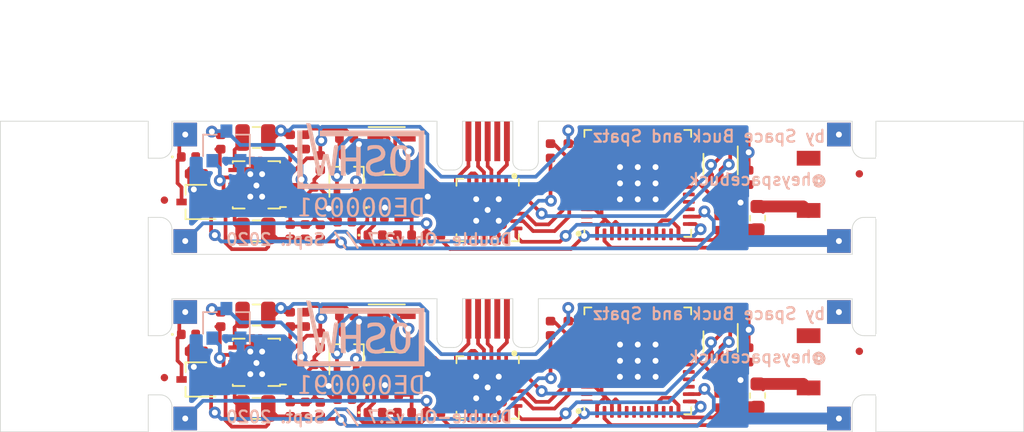
<source format=kicad_pcb>
(kicad_pcb (version 20171130) (host pcbnew "(5.1.9)-1")
  (layers (0 F.Cu signal) (31 B.Cu signal) (34 B.Paste user) (35 F.Paste user) (36 B.SilkS user) (37 F.SilkS user) (38 B.Mask user) (39 F.Mask user) (44 Edge.Cuts user))
  (net 0 "")
  (module Package_TO_SOT_SMD:SOT-23 (layer B.Cu) (at 103.6855 113.667 90)
    (fp_text reference U5 hide)
    (fp_text value BD48KxxG)
    (pad 3 smd rect (at 1 0 90) (size 0.9 0.8) (layers B.Cu B.Paste B.Mask))
    (pad 2 smd rect (at -1 -0.95 90) (size 0.9 0.8) (layers B.Cu B.Paste B.Mask))
    (pad 1 smd rect (at -1 0.95 90) (size 0.9 0.8) (layers B.Cu B.Paste B.Mask))
  )
  (module Resistor_SMD:R_0402_1005Metric (layer F.Cu) (at 126.8 114 270)
    (fp_text reference R7 hide)
    (fp_text value 68kΩ)
    (pad 2 smd roundrect (at 0.485 0 270) (size 0.59 0.64) (layers F.Cu F.Paste F.Mask))
    (pad 1 smd roundrect (at -0.485 0 270) (size 0.59 0.64) (layers F.Cu F.Paste F.Mask))
  )
  (module Resistor_SMD:R_0402_1005Metric (layer F.Cu) (at 114.85 117)
    (fp_text reference R2 hide)
    (fp_text value 3kΩ)
    (pad 1 smd roundrect (at -0.485 0) (size 0.59 0.64) (layers F.Cu F.Paste F.Mask))
    (pad 2 smd roundrect (at 0.485 0) (size 0.59 0.64) (layers F.Cu F.Paste F.Mask))
  )
  (module double-oh:main_board_solder_mount (layer F.Cu) (at 100.5 120.1 90)
    (fp_text reference J3 hide)
    (fp_text value Conn_01x01)
    (pad 1 thru_hole rect (at 0 0.4 90) (size 1.6 1.6) (drill 0.4) (layers *.Cu *.Mask))
  )
  (module Package_DFN_QFN:QFN-24-1EP_4x4mm_P0.5mm_EP2.6x2.6mm (layer F.Cu) (at 121.35 118 270)
    (fp_text reference U2 hide)
    (fp_text value CP2104)
    (pad 25 smd roundrect (at 0 0 270) (size 2.6 2.6) (layers F.Cu F.Mask) (roundrect_rratio 0.096154))
    (pad 1 smd roundrect (at -1.9375 -1.25 270) (size 0.825 0.25) (layers F.Cu F.Paste F.Mask))
    (pad 2 smd roundrect (at -1.9375 -0.75 270) (size 0.825 0.25) (layers F.Cu F.Paste F.Mask))
    (pad 3 smd roundrect (at -1.9375 -0.25 270) (size 0.825 0.25) (layers F.Cu F.Paste F.Mask))
    (pad 4 smd roundrect (at -1.9375 0.25 270) (size 0.825 0.25) (layers F.Cu F.Paste F.Mask))
    (pad 5 smd roundrect (at -1.9375 0.75 270) (size 0.825 0.25) (layers F.Cu F.Paste F.Mask))
    (pad 6 smd roundrect (at -1.9375 1.25 270) (size 0.825 0.25) (layers F.Cu F.Paste F.Mask))
    (pad 7 smd roundrect (at -1.25 1.9375 270) (size 0.25 0.825) (layers F.Cu F.Paste F.Mask))
    (pad 8 smd roundrect (at -0.75 1.9375 270) (size 0.25 0.825) (layers F.Cu F.Paste F.Mask))
    (pad 9 smd roundrect (at -0.25 1.9375 270) (size 0.25 0.825) (layers F.Cu F.Paste F.Mask))
    (pad 10 smd roundrect (at 0.25 1.9375 270) (size 0.25 0.825) (layers F.Cu F.Paste F.Mask))
    (pad 11 smd roundrect (at 0.75 1.9375 270) (size 0.25 0.825) (layers F.Cu F.Paste F.Mask))
    (pad 12 smd roundrect (at 1.25 1.9375 270) (size 0.25 0.825) (layers F.Cu F.Paste F.Mask))
    (pad 13 smd roundrect (at 1.9375 1.25 270) (size 0.825 0.25) (layers F.Cu F.Paste F.Mask))
    (pad 14 smd roundrect (at 1.9375 0.75 270) (size 0.825 0.25) (layers F.Cu F.Paste F.Mask))
    (pad 15 smd roundrect (at 1.9375 0.25 270) (size 0.825 0.25) (layers F.Cu F.Paste F.Mask))
    (pad 16 smd roundrect (at 1.9375 -0.25 270) (size 0.825 0.25) (layers F.Cu F.Paste F.Mask))
    (pad 17 smd roundrect (at 1.9375 -0.75 270) (size 0.825 0.25) (layers F.Cu F.Paste F.Mask))
    (pad 18 smd roundrect (at 1.9375 -1.25 270) (size 0.825 0.25) (layers F.Cu F.Paste F.Mask))
    (pad 19 smd roundrect (at 1.25 -1.9375 270) (size 0.25 0.825) (layers F.Cu F.Paste F.Mask))
    (pad 20 smd roundrect (at 0.75 -1.9375 270) (size 0.25 0.825) (layers F.Cu F.Paste F.Mask))
    (pad 21 smd roundrect (at 0.25 -1.9375 270) (size 0.25 0.825) (layers F.Cu F.Paste F.Mask))
    (pad 22 smd roundrect (at -0.25 -1.9375 270) (size 0.25 0.825) (layers F.Cu F.Paste F.Mask))
    (pad 23 smd roundrect (at -0.75 -1.9375 270) (size 0.25 0.825) (layers F.Cu F.Paste F.Mask))
    (pad 24 smd roundrect (at -1.25 -1.9375 270) (size 0.25 0.825) (layers F.Cu F.Paste F.Mask))
  )
  (module Capacitor_SMD:C_0402_1005Metric (layer F.Cu) (at 110.033 114.8 90)
    (fp_text reference C10 hide)
    (fp_text value 10μF)
    (pad 2 smd roundrect (at 0.485 0 90) (size 0.59 0.64) (layers F.Cu F.Paste F.Mask))
    (pad 1 smd roundrect (at -0.485 0 90) (size 0.59 0.64) (layers F.Cu F.Paste F.Mask))
  )
  (module Fiducial:Fiducial_0.5mm_Mask1.5mm (layer F.Cu) (at 146.482 115.556)
    (fp_text reference REF** hide)
    (fp_text value Fiducial_0.5mm_Mask1.5mm)
    (pad "" smd circle (at 0 0) (size 0.5 0.5) (layers F.Cu F.Mask) (clearance 0.5))
  )
  (module double-oh:L_0806_2016Metric (layer F.Cu) (at 105.715 113.1)
    (fp_text reference L2 hide)
    (fp_text value 2.2μH)
    (pad 1 smd roundrect (at -0.9375 0) (size 0.975 1.8) (layers F.Cu F.Paste F.Mask))
    (pad 2 smd roundrect (at 0.8 0) (size 0.975 1.8) (layers F.Cu F.Paste F.Mask))
  )
  (module double-oh:L_0806_2016Metric (layer F.Cu) (at 105.715 119.4168)
    (fp_text reference L3 hide)
    (fp_text value 2.2μH)
    (pad 2 smd roundrect (at 0.8 0) (size 0.975 1.8) (layers F.Cu F.Paste F.Mask))
    (pad 1 smd roundrect (at -0.9375 0) (size 0.975 1.8) (layers F.Cu F.Paste F.Mask))
  )
  (module Resistor_SMD:R_0402_1005Metric (layer F.Cu) (at 103.3 113.4 270)
    (fp_text reference R5 hide)
    (fp_text value 470kΩ)
    (pad 2 smd roundrect (at 0.485 0 270) (size 0.59 0.64) (layers F.Cu F.Paste F.Mask))
    (pad 1 smd roundrect (at -0.485 0 270) (size 0.59 0.64) (layers F.Cu F.Paste F.Mask))
  )
  (module Resistor_SMD:R_0402_1005Metric (layer F.Cu) (at 137 118.885 270)
    (fp_text reference R13 hide)
    (fp_text value 68kΩ)
    (pad 2 smd roundrect (at 0.485 0 270) (size 0.59 0.64) (layers F.Cu F.Paste F.Mask))
    (pad 1 smd roundrect (at -0.485 0 270) (size 0.59 0.64) (layers F.Cu F.Paste F.Mask))
  )
  (module double-oh:OSHW_mark (layer B.Cu) (at 112.8 115.3 180)
    (fp_text reference G*** hide)
    (fp_text value LOGO hide)
  )
  (module Fiducial:Fiducial_0.5mm_Mask1.5mm (layer F.Cu) (at 99.492 117.334)
    (fp_text reference REF** hide)
    (fp_text value Fiducial_0.5mm_Mask1.5mm)
    (pad "" smd circle (at 0 0) (size 0.5 0.5) (layers F.Cu F.Mask) (clearance 0.5))
  )
  (module Resistor_SMD:R_0402_1005Metric (layer F.Cu) (at 115.725 119.7 180)
    (fp_text reference R4 hide)
    (fp_text value 2kΩ)
    (pad 2 smd roundrect (at 0.485 0 180) (size 0.59 0.64) (layers F.Cu F.Paste F.Mask))
    (pad 1 smd roundrect (at -0.485 0 180) (size 0.59 0.64) (layers F.Cu F.Paste F.Mask))
  )
  (module Package_TO_SOT_SMD:SOT-23-5 (layer F.Cu) (at 114.85 114)
    (fp_text reference U1 hide)
    (fp_text value MCP73831-2-OT)
    (pad 1 smd rect (at -1.1 -0.95) (size 1.06 0.65) (layers F.Cu F.Paste F.Mask))
    (pad 2 smd rect (at -1.1 0) (size 1.06 0.65) (layers F.Cu F.Paste F.Mask))
    (pad 3 smd rect (at -1.1 0.95) (size 1.06 0.65) (layers F.Cu F.Paste F.Mask))
    (pad 4 smd rect (at 1.1 0.95) (size 1.06 0.65) (layers F.Cu F.Paste F.Mask))
    (pad 5 smd rect (at 1.1 -0.95) (size 1.06 0.65) (layers F.Cu F.Paste F.Mask))
  )
  (module double-oh:QFN-48-1EP_7x7mm_P0.5mm_EP3.6x3.6mm (layer F.Cu) (at 131.5 116.2 90)
    (fp_text reference U4 hide)
    (fp_text value ESP32-PICO-D4)
    (pad 49 smd roundrect (at 0 0 90) (size 3.6 3.6) (layers F.Cu F.Mask) (roundrect_rratio 0.047))
    (pad 1 smd roundrect (at -3.45 -2.75 90) (size 0.8 0.25) (layers F.Cu F.Paste F.Mask))
    (pad 2 smd roundrect (at -3.45 -2.25 90) (size 0.8 0.25) (layers F.Cu F.Paste F.Mask))
    (pad 3 smd roundrect (at -3.45 -1.75 90) (size 0.8 0.25) (layers F.Cu F.Paste F.Mask))
    (pad 4 smd roundrect (at -3.45 -1.25 90) (size 0.8 0.25) (layers F.Cu F.Paste F.Mask))
    (pad 5 smd roundrect (at -3.45 -0.75 90) (size 0.8 0.25) (layers F.Cu F.Paste F.Mask))
    (pad 6 smd roundrect (at -3.45 -0.25 90) (size 0.8 0.25) (layers F.Cu F.Paste F.Mask))
    (pad 7 smd roundrect (at -3.45 0.25 90) (size 0.8 0.25) (layers F.Cu F.Paste F.Mask))
    (pad 8 smd roundrect (at -3.45 0.75 90) (size 0.8 0.25) (layers F.Cu F.Paste F.Mask))
    (pad 9 smd roundrect (at -3.45 1.25 90) (size 0.8 0.25) (layers F.Cu F.Paste F.Mask))
    (pad 10 smd roundrect (at -3.45 1.75 90) (size 0.8 0.25) (layers F.Cu F.Paste F.Mask))
    (pad 11 smd roundrect (at -3.45 2.25 90) (size 0.8 0.25) (layers F.Cu F.Paste F.Mask))
    (pad 12 smd roundrect (at -3.45 2.75 90) (size 0.8 0.25) (layers F.Cu F.Paste F.Mask))
    (pad 13 smd roundrect (at -2.75 3.45 90) (size 0.25 0.8) (layers F.Cu F.Paste F.Mask))
    (pad 14 smd roundrect (at -2.25 3.45 90) (size 0.25 0.8) (layers F.Cu F.Paste F.Mask))
    (pad 15 smd roundrect (at -1.75 3.45 90) (size 0.25 0.8) (layers F.Cu F.Paste F.Mask))
    (pad 16 smd roundrect (at -1.25 3.45 90) (size 0.25 0.8) (layers F.Cu F.Paste F.Mask))
    (pad 17 smd roundrect (at -0.75 3.45 90) (size 0.25 0.8) (layers F.Cu F.Paste F.Mask))
    (pad 18 smd roundrect (at -0.25 3.45 90) (size 0.25 0.8) (layers F.Cu F.Paste F.Mask))
    (pad 19 smd roundrect (at 0.25 3.45 90) (size 0.25 0.8) (layers F.Cu F.Paste F.Mask))
    (pad 20 smd roundrect (at 0.75 3.45 90) (size 0.25 0.8) (layers F.Cu F.Paste F.Mask))
    (pad 21 smd roundrect (at 1.25 3.45 90) (size 0.25 0.8) (layers F.Cu F.Paste F.Mask))
    (pad 22 smd roundrect (at 1.75 3.45 90) (size 0.25 0.8) (layers F.Cu F.Paste F.Mask))
    (pad 23 smd roundrect (at 2.25 3.45 90) (size 0.25 0.8) (layers F.Cu F.Paste F.Mask))
    (pad 24 smd roundrect (at 2.75 3.45 90) (size 0.25 0.8) (layers F.Cu F.Paste F.Mask))
    (pad 25 smd roundrect (at 3.45 2.75 90) (size 0.8 0.25) (layers F.Cu F.Paste F.Mask))
    (pad 26 smd roundrect (at 3.45 2.25 90) (size 0.8 0.25) (layers F.Cu F.Paste F.Mask))
    (pad 27 smd roundrect (at 3.45 1.75 90) (size 0.8 0.25) (layers F.Cu F.Paste F.Mask))
    (pad 28 smd roundrect (at 3.45 1.25 90) (size 0.8 0.25) (layers F.Cu F.Paste F.Mask))
    (pad 29 smd roundrect (at 3.45 0.75 90) (size 0.8 0.25) (layers F.Cu F.Paste F.Mask))
    (pad 30 smd roundrect (at 3.45 0.25 90) (size 0.8 0.25) (layers F.Cu F.Paste F.Mask))
    (pad 31 smd roundrect (at 3.45 -0.25 90) (size 0.8 0.25) (layers F.Cu F.Paste F.Mask))
    (pad 32 smd roundrect (at 3.45 -0.75 90) (size 0.8 0.25) (layers F.Cu F.Paste F.Mask))
    (pad 33 smd roundrect (at 3.45 -1.25 90) (size 0.8 0.25) (layers F.Cu F.Paste F.Mask))
    (pad 34 smd roundrect (at 3.45 -1.75 90) (size 0.8 0.25) (layers F.Cu F.Paste F.Mask))
    (pad 35 smd roundrect (at 3.45 -2.25 90) (size 0.8 0.25) (layers F.Cu F.Paste F.Mask))
    (pad 36 smd roundrect (at 3.45 -2.75 90) (size 0.8 0.25) (layers F.Cu F.Paste F.Mask))
    (pad 37 smd roundrect (at 2.75 -3.45 90) (size 0.25 0.8) (layers F.Cu F.Paste F.Mask))
    (pad 38 smd roundrect (at 2.25 -3.45 90) (size 0.25 0.8) (layers F.Cu F.Paste F.Mask))
    (pad 39 smd roundrect (at 1.75 -3.45 90) (size 0.25 0.8) (layers F.Cu F.Paste F.Mask))
    (pad 40 smd roundrect (at 1.25 -3.45 90) (size 0.25 0.8) (layers F.Cu F.Paste F.Mask))
    (pad 41 smd roundrect (at 0.75 -3.45 90) (size 0.25 0.8) (layers F.Cu F.Paste F.Mask))
    (pad 42 smd roundrect (at 0.25 -3.45 90) (size 0.25 0.8) (layers F.Cu F.Paste F.Mask))
    (pad 43 smd roundrect (at -0.25 -3.45 90) (size 0.25 0.8) (layers F.Cu F.Paste F.Mask))
    (pad 44 smd roundrect (at -0.75 -3.45 90) (size 0.25 0.8) (layers F.Cu F.Paste F.Mask))
    (pad 45 smd roundrect (at -1.25 -3.45 90) (size 0.25 0.8) (layers F.Cu F.Paste F.Mask))
    (pad 46 smd roundrect (at -1.75 -3.45 90) (size 0.25 0.8) (layers F.Cu F.Paste F.Mask))
    (pad 47 smd roundrect (at -2.25 -3.45 90) (size 0.25 0.8) (layers F.Cu F.Paste F.Mask))
    (pad 48 smd roundrect (at -2.75 -3.45 90) (size 0.25 0.8) (layers F.Cu F.Paste F.Mask))
  )
  (module Resistor_SMD:R_0402_1005Metric (layer F.Cu) (at 125.6 114 270)
    (fp_text reference R8 hide)
    (fp_text value 1kΩ)
    (pad 1 smd roundrect (at -0.485 0 270) (size 0.59 0.64) (layers F.Cu F.Paste F.Mask))
    (pad 2 smd roundrect (at 0.485 0 270) (size 0.59 0.64) (layers F.Cu F.Paste F.Mask))
  )
  (module Resistor_SMD:R_0402_1005Metric (layer F.Cu) (at 117.7 119.7)
    (fp_text reference R1 hide)
    (fp_text value 68kΩ)
    (pad 2 smd roundrect (at 0.485 0) (size 0.59 0.64) (layers F.Cu F.Paste F.Mask))
    (pad 1 smd roundrect (at -0.485 0) (size 0.59 0.64) (layers F.Cu F.Paste F.Mask))
  )
  (module Capacitor_SMD:C_0402_1005Metric (layer F.Cu) (at 114.85 118.5)
    (fp_text reference C1 hide)
    (fp_text value 4.7μF)
    (pad 2 smd roundrect (at 0.485 0) (size 0.59 0.64) (layers F.Cu F.Paste F.Mask))
    (pad 1 smd roundrect (at -0.485 0) (size 0.59 0.64) (layers F.Cu F.Paste F.Mask))
  )
  (module double-oh:main_board_solder_mount (layer F.Cu) (at 100.5 112.9 90)
    (fp_text reference J2 hide)
    (fp_text value Conn_01x01)
    (pad 1 thru_hole rect (at 0 0.4 90) (size 1.6 1.6) (drill 0.4) (layers *.Cu *.Mask))
  )
  (module Package_SON:VSON-10-1EP_3x3mm_P0.5mm_EP1.65x2.4mm (layer F.Cu) (at 105.715 116.3 180)
    (fp_text reference U3 hide)
    (fp_text value TPS62400)
    (pad 1 smd rect (at -1.475 -1 180) (size 0.85 0.28) (layers F.Cu F.Paste F.Mask))
    (pad 2 smd rect (at -1.475 -0.5 180) (size 0.85 0.28) (layers F.Cu F.Paste F.Mask))
    (pad 3 smd rect (at -1.475 0 180) (size 0.85 0.28) (layers F.Cu F.Paste F.Mask))
    (pad 4 smd rect (at -1.475 0.5 180) (size 0.85 0.28) (layers F.Cu F.Paste F.Mask))
    (pad 5 smd rect (at -1.475 1 180) (size 0.85 0.28) (layers F.Cu F.Paste F.Mask))
    (pad 6 smd rect (at 1.475 1 180) (size 0.85 0.28) (layers F.Cu F.Paste F.Mask))
    (pad 7 smd rect (at 1.475 0.5 180) (size 0.85 0.28) (layers F.Cu F.Paste F.Mask))
    (pad 8 smd rect (at 1.475 0 180) (size 0.85 0.28) (layers F.Cu F.Paste F.Mask))
    (pad 9 smd rect (at 1.475 -0.5 180) (size 0.85 0.28) (layers F.Cu F.Paste F.Mask))
    (pad 10 smd rect (at 1.475 -1 180) (size 0.85 0.28) (layers F.Cu F.Paste F.Mask))
    (pad 11 smd rect (at 0 0 180) (size 1.65 2.4) (layers F.Cu F.Mask))
    (pad 11 smd rect (at -0.25 -1.55 180) (size 0.28 0.7) (layers F.Cu F.Paste F.Mask))
    (pad 11 smd rect (at -0.25 1.55 180) (size 0.28 0.7) (layers F.Cu F.Paste F.Mask))
    (pad 11 smd rect (at 0.25 -1.55 180) (size 0.28 0.7) (layers F.Cu F.Paste F.Mask))
    (pad 11 smd rect (at 0.25 1.55 180) (size 0.28 0.7) (layers F.Cu F.Paste F.Mask))
  )
  (module Capacitor_SMD:C_0402_1005Metric (layer F.Cu) (at 109.017 119.47 90)
    (fp_text reference C12 hide)
    (fp_text value 33pF)
    (pad 2 smd roundrect (at 0.485 0 90) (size 0.59 0.64) (layers F.Cu F.Paste F.Mask))
    (pad 1 smd roundrect (at -0.485 0 90) (size 0.59 0.64) (layers F.Cu F.Paste F.Mask))
  )
  (module Inductor_SMD:L_0603_1608Metric (layer F.Cu) (at 139.6 118.55 270)
    (fp_text reference L1 hide)
    (fp_text value 3.9nH)
    (pad 1 smd roundrect (at -0.7875 0 270) (size 0.875 0.95) (layers F.Cu F.Paste F.Mask))
    (pad 2 smd roundrect (at 0.7875 0 270) (size 0.875 0.95) (layers F.Cu F.Paste F.Mask))
  )
  (module Resistor_SMD:R_0402_1005Metric (layer F.Cu) (at 109.017 113.397 270)
    (fp_text reference R10 hide)
    (fp_text value 120kΩ)
    (pad 2 smd roundrect (at 0.485 0 270) (size 0.59 0.64) (layers F.Cu F.Paste F.Mask))
    (pad 1 smd roundrect (at -0.485 0 270) (size 0.59 0.64) (layers F.Cu F.Paste F.Mask))
  )
  (module Resistor_SMD:R_0402_1005Metric (layer F.Cu) (at 108.001 119.47 90)
    (fp_text reference R11 hide)
    (fp_text value 330kΩ)
    (pad 1 smd roundrect (at -0.485 0 90) (size 0.59 0.64) (layers F.Cu F.Paste F.Mask))
    (pad 2 smd roundrect (at 0.485 0 90) (size 0.59 0.64) (layers F.Cu F.Paste F.Mask))
  )
  (module Resistor_SMD:R_0402_1005Metric (layer F.Cu) (at 117.7 117.9 180)
    (fp_text reference R3 hide)
    (fp_text value 68kΩ)
    (pad 1 smd roundrect (at -0.485 0 180) (size 0.59 0.64) (layers F.Cu F.Paste F.Mask))
    (pad 2 smd roundrect (at 0.485 0 180) (size 0.59 0.64) (layers F.Cu F.Paste F.Mask))
  )
  (module Capacitor_SMD:C_0402_1005Metric (layer F.Cu) (at 139 115.8 90)
    (fp_text reference C5 hide)
    (fp_text value 0.1μF)
    (pad 2 smd roundrect (at 0.485 0 90) (size 0.59 0.64) (layers F.Cu F.Paste F.Mask))
    (pad 1 smd roundrect (at -0.485 0 90) (size 0.59 0.64) (layers F.Cu F.Paste F.Mask))
  )
  (module double-oh:microusb_PCB_socket (layer F.Cu) (at 121.35 113.35)
    (fp_text reference J1 hide)
    (fp_text value USB_B_Micro)
    (pad 3 smd rect (at 0 0) (size 0.4 2.7) (layers F.Cu F.Mask))
    (pad 2 smd rect (at -0.65 0) (size 0.4 2.7) (layers F.Cu F.Mask))
    (pad 1 smd rect (at -1.3 0) (size 0.4 2.7) (layers F.Cu F.Mask))
    (pad 4 smd rect (at 0.65 0) (size 0.4 2.7) (layers F.Cu F.Mask))
    (pad 5 smd rect (at 1.3 0) (size 0.4 2.7) (layers F.Cu F.Mask))
  )
  (module Package_TO_SOT_SMD:SOT-323_SC-70 (layer F.Cu) (at 111.811 115.81 90)
    (fp_text reference Q3 hide)
    (fp_text value Q_PMOS_GSD)
    (pad 3 smd rect (at 1 0) (size 0.45 0.7) (layers F.Cu F.Paste F.Mask))
    (pad 2 smd rect (at -1 0.65) (size 0.45 0.7) (layers F.Cu F.Paste F.Mask))
    (pad 1 smd rect (at -1 -0.65) (size 0.45 0.7) (layers F.Cu F.Paste F.Mask))
  )
  (module Package_TO_SOT_SMD:SOT-363_SC-70-6 (layer F.Cu) (at 137.1 114.9 270)
    (fp_text reference Q1 hide)
    (fp_text value Q_DUAL_NPN_NPN_E1B1C2E2B2C1)
    (pad 6 smd rect (at 0.95 -0.65 270) (size 0.65 0.4) (layers F.Cu F.Paste F.Mask))
    (pad 4 smd rect (at 0.95 0.65 270) (size 0.65 0.4) (layers F.Cu F.Paste F.Mask))
    (pad 2 smd rect (at -0.95 0 270) (size 0.65 0.4) (layers F.Cu F.Paste F.Mask))
    (pad 5 smd rect (at 0.95 0 270) (size 0.65 0.4) (layers F.Cu F.Paste F.Mask))
    (pad 3 smd rect (at -0.95 0.65 270) (size 0.65 0.4) (layers F.Cu F.Paste F.Mask))
    (pad 1 smd rect (at -0.95 -0.65 270) (size 0.65 0.4) (layers F.Cu F.Paste F.Mask))
  )
  (module Resistor_SMD:R_0402_1005Metric (layer F.Cu) (at 108.001 113.397 270)
    (fp_text reference R9 hide)
    (fp_text value 470kΩ)
    (pad 2 smd roundrect (at 0.485 0 270) (size 0.59 0.64) (layers F.Cu F.Paste F.Mask))
    (pad 1 smd roundrect (at -0.485 0 270) (size 0.59 0.64) (layers F.Cu F.Paste F.Mask))
  )
  (module double-oh:AMCA31 (layer F.Cu) (at 143.05 116.432)
    (fp_text reference AE1 hide)
    (fp_text value Antenna_Chip)
    (pad 1 smd rect (at 0 1.6) (size 1.6 1) (layers F.Cu F.Paste F.Mask))
    (pad 2 smd rect (at 0 -1.932) (size 1.6 1) (layers F.Cu F.Paste F.Mask))
  )
  (module Capacitor_SMD:C_0402_1005Metric (layer F.Cu) (at 111.811 113.143 180)
    (fp_text reference C2 hide)
    (fp_text value 4.7μF)
    (pad 1 smd roundrect (at -0.485 0 180) (size 0.59 0.64) (layers F.Cu F.Paste F.Mask))
    (pad 2 smd roundrect (at 0.485 0 180) (size 0.59 0.64) (layers F.Cu F.Paste F.Mask))
  )
  (module double-oh:main_board_solder_mount (layer F.Cu) (at 145.5 112.9 90)
    (fp_text reference J12 hide)
    (fp_text value Conn_01x01)
    (pad 1 thru_hole rect (at 0 -0.4 90) (size 1.6 1.6) (drill 0.4) (layers *.Cu *.Mask))
  )
  (module Diode_SMD:D_0402_1005Metric (layer F.Cu) (at 112.065 117.842 180)
    (fp_text reference D3 hide)
    (fp_text value D_Schottky)
    (pad 2 smd roundrect (at 0.485 0 180) (size 0.59 0.64) (layers F.Cu F.Paste F.Mask))
    (pad 1 smd roundrect (at -0.485 0 180) (size 0.59 0.64) (layers F.Cu F.Paste F.Mask))
  )
  (module Resistor_SMD:R_0402_1005Metric (layer F.Cu) (at 111.684 118.7945)
    (fp_text reference R14 hide)
    (fp_text value 68kΩ)
    (pad 2 smd roundrect (at 0.485 0) (size 0.59 0.64) (layers F.Cu F.Paste F.Mask))
    (pad 1 smd roundrect (at -0.485 0) (size 0.59 0.64) (layers F.Cu F.Paste F.Mask))
  )
  (module Capacitor_SMD:C_0402_1005Metric (layer F.Cu) (at 101.651 115.556)
    (fp_text reference C13 hide)
    (fp_text value 10μF)
    (pad 2 smd roundrect (at 0.485 0) (size 0.59 0.64) (layers F.Cu F.Paste F.Mask))
    (pad 1 smd roundrect (at -0.485 0) (size 0.59 0.64) (layers F.Cu F.Paste F.Mask))
  )
  (module Resistor_SMD:R_0402_1005Metric (layer F.Cu) (at 109.167 117.588 180)
    (fp_text reference R6 hide)
    (fp_text value 68kΩ)
    (pad 2 smd roundrect (at 0.485 0 180) (size 0.59 0.64) (layers F.Cu F.Paste F.Mask))
    (pad 1 smd roundrect (at -0.485 0 180) (size 0.59 0.64) (layers F.Cu F.Paste F.Mask))
  )
  (module Resistor_SMD:R_0201_0603Metric (layer F.Cu) (at 137.5285 112.762 180)
    (fp_text reference JP1 hide)
    (fp_text value Jumper_NO_Small)
    (pad 2 smd roundrect (at 0.32 0 180) (size 0.46 0.4) (layers F.Cu F.Mask))
    (pad 1 smd roundrect (at -0.32 0 180) (size 0.46 0.4) (layers F.Cu F.Mask))
  )
  (module LED_SMD:LED_0402_1005Metric (layer F.Cu) (at 113.739 119.7)
    (fp_text reference D1 hide)
    (fp_text value LED_Small_ALT)
    (pad 1 smd roundrect (at -0.485 0) (size 0.59 0.64) (layers F.Cu F.Paste F.Mask))
    (pad 2 smd roundrect (at 0.485 0) (size 0.59 0.64) (layers F.Cu F.Paste F.Mask))
  )
  (module Resistor_SMD:R_0402_1005Metric (layer F.Cu) (at 110.033 119.493 270)
    (fp_text reference R12 hide)
    (fp_text value 300kΩ)
    (pad 2 smd roundrect (at 0.485 0 270) (size 0.59 0.64) (layers F.Cu F.Paste F.Mask))
    (pad 1 smd roundrect (at -0.485 0 270) (size 0.59 0.64) (layers F.Cu F.Paste F.Mask))
  )
  (module Diode_SMD:D_0402_1005Metric (layer F.Cu) (at 101.12 114.413)
    (fp_text reference D2 hide)
    (fp_text value D_ALT)
    (pad 2 smd roundrect (at 0.485 0) (size 0.59 0.64) (layers F.Cu F.Paste F.Mask))
    (pad 1 smd roundrect (at -0.485 0) (size 0.59 0.64) (layers F.Cu F.Paste F.Mask))
  )
  (module double-oh:main_board_solder_mount (layer F.Cu) (at 145.5 120.1 90)
    (fp_text reference J4 hide)
    (fp_text value Conn_01x01)
    (pad 1 thru_hole rect (at 0 -0.4 90) (size 1.6 1.6) (drill 0.4) (layers *.Cu *.Mask))
  )
  (module Capacitor_SMD:C_0402_1005Metric (layer F.Cu) (at 138.3 118.885 270)
    (fp_text reference C7 hide)
    (fp_text value 1.5pF)
    (pad 2 smd roundrect (at 0.485 0 270) (size 0.59 0.64) (layers F.Cu F.Paste F.Mask))
    (pad 1 smd roundrect (at -0.485 0 270) (size 0.59 0.64) (layers F.Cu F.Paste F.Mask))
  )
  (module Capacitor_SMD:C_0402_1005Metric (layer F.Cu) (at 109.144 116.445)
    (fp_text reference C11 hide)
    (fp_text value 10μF)
    (pad 2 smd roundrect (at 0.485 0) (size 0.59 0.64) (layers F.Cu F.Paste F.Mask))
    (pad 1 smd roundrect (at -0.485 0) (size 0.59 0.64) (layers F.Cu F.Paste F.Mask))
  )
  (module Package_TO_SOT_SMD:SOT-323_SC-70 (layer F.Cu) (at 101.651 117.461 180)
    (fp_text reference Q2 hide)
    (fp_text value Q_PMOS_GSD)
    (pad 3 smd rect (at 1 0 90) (size 0.45 0.7) (layers F.Cu F.Paste F.Mask))
    (pad 2 smd rect (at -1 0.65 90) (size 0.45 0.7) (layers F.Cu F.Paste F.Mask))
    (pad 1 smd rect (at -1 -0.65 90) (size 0.45 0.7) (layers F.Cu F.Paste F.Mask))
  )
  (module Package_TO_SOT_SMD:SOT-23 (layer B.Cu) (at 103.6855 101.667 90)
    (fp_text reference U5 hide)
    (fp_text value BD48KxxG)
    (pad 3 smd rect (at 1 0 90) (size 0.9 0.8) (layers B.Cu B.Paste B.Mask))
    (pad 2 smd rect (at -1 -0.95 90) (size 0.9 0.8) (layers B.Cu B.Paste B.Mask))
    (pad 1 smd rect (at -1 0.95 90) (size 0.9 0.8) (layers B.Cu B.Paste B.Mask))
  )
  (module Resistor_SMD:R_0402_1005Metric (layer F.Cu) (at 126.8 102 270)
    (fp_text reference R7 hide)
    (fp_text value 68kΩ)
    (pad 2 smd roundrect (at 0.485 0 270) (size 0.59 0.64) (layers F.Cu F.Paste F.Mask))
    (pad 1 smd roundrect (at -0.485 0 270) (size 0.59 0.64) (layers F.Cu F.Paste F.Mask))
  )
  (module Resistor_SMD:R_0402_1005Metric (layer F.Cu) (at 114.85 105)
    (fp_text reference R2 hide)
    (fp_text value 3kΩ)
    (pad 1 smd roundrect (at -0.485 0) (size 0.59 0.64) (layers F.Cu F.Paste F.Mask))
    (pad 2 smd roundrect (at 0.485 0) (size 0.59 0.64) (layers F.Cu F.Paste F.Mask))
  )
  (module double-oh:main_board_solder_mount (layer F.Cu) (at 100.5 108.1 90)
    (fp_text reference J3 hide)
    (fp_text value Conn_01x01)
    (pad 1 thru_hole rect (at 0 0.4 90) (size 1.6 1.6) (drill 0.4) (layers *.Cu *.Mask))
  )
  (module Package_DFN_QFN:QFN-24-1EP_4x4mm_P0.5mm_EP2.6x2.6mm (layer F.Cu) (at 121.35 106 270)
    (fp_text reference U2 hide)
    (fp_text value CP2104)
    (pad 25 smd roundrect (at 0 0 270) (size 2.6 2.6) (layers F.Cu F.Mask) (roundrect_rratio 0.096154))
    (pad 1 smd roundrect (at -1.9375 -1.25 270) (size 0.825 0.25) (layers F.Cu F.Paste F.Mask))
    (pad 2 smd roundrect (at -1.9375 -0.75 270) (size 0.825 0.25) (layers F.Cu F.Paste F.Mask))
    (pad 3 smd roundrect (at -1.9375 -0.25 270) (size 0.825 0.25) (layers F.Cu F.Paste F.Mask))
    (pad 4 smd roundrect (at -1.9375 0.25 270) (size 0.825 0.25) (layers F.Cu F.Paste F.Mask))
    (pad 5 smd roundrect (at -1.9375 0.75 270) (size 0.825 0.25) (layers F.Cu F.Paste F.Mask))
    (pad 6 smd roundrect (at -1.9375 1.25 270) (size 0.825 0.25) (layers F.Cu F.Paste F.Mask))
    (pad 7 smd roundrect (at -1.25 1.9375 270) (size 0.25 0.825) (layers F.Cu F.Paste F.Mask))
    (pad 8 smd roundrect (at -0.75 1.9375 270) (size 0.25 0.825) (layers F.Cu F.Paste F.Mask))
    (pad 9 smd roundrect (at -0.25 1.9375 270) (size 0.25 0.825) (layers F.Cu F.Paste F.Mask))
    (pad 10 smd roundrect (at 0.25 1.9375 270) (size 0.25 0.825) (layers F.Cu F.Paste F.Mask))
    (pad 11 smd roundrect (at 0.75 1.9375 270) (size 0.25 0.825) (layers F.Cu F.Paste F.Mask))
    (pad 12 smd roundrect (at 1.25 1.9375 270) (size 0.25 0.825) (layers F.Cu F.Paste F.Mask))
    (pad 13 smd roundrect (at 1.9375 1.25 270) (size 0.825 0.25) (layers F.Cu F.Paste F.Mask))
    (pad 14 smd roundrect (at 1.9375 0.75 270) (size 0.825 0.25) (layers F.Cu F.Paste F.Mask))
    (pad 15 smd roundrect (at 1.9375 0.25 270) (size 0.825 0.25) (layers F.Cu F.Paste F.Mask))
    (pad 16 smd roundrect (at 1.9375 -0.25 270) (size 0.825 0.25) (layers F.Cu F.Paste F.Mask))
    (pad 17 smd roundrect (at 1.9375 -0.75 270) (size 0.825 0.25) (layers F.Cu F.Paste F.Mask))
    (pad 18 smd roundrect (at 1.9375 -1.25 270) (size 0.825 0.25) (layers F.Cu F.Paste F.Mask))
    (pad 19 smd roundrect (at 1.25 -1.9375 270) (size 0.25 0.825) (layers F.Cu F.Paste F.Mask))
    (pad 20 smd roundrect (at 0.75 -1.9375 270) (size 0.25 0.825) (layers F.Cu F.Paste F.Mask))
    (pad 21 smd roundrect (at 0.25 -1.9375 270) (size 0.25 0.825) (layers F.Cu F.Paste F.Mask))
    (pad 22 smd roundrect (at -0.25 -1.9375 270) (size 0.25 0.825) (layers F.Cu F.Paste F.Mask))
    (pad 23 smd roundrect (at -0.75 -1.9375 270) (size 0.25 0.825) (layers F.Cu F.Paste F.Mask))
    (pad 24 smd roundrect (at -1.25 -1.9375 270) (size 0.25 0.825) (layers F.Cu F.Paste F.Mask))
  )
  (module Capacitor_SMD:C_0402_1005Metric (layer F.Cu) (at 110.033 102.8 90)
    (fp_text reference C10 hide)
    (fp_text value 10μF)
    (pad 2 smd roundrect (at 0.485 0 90) (size 0.59 0.64) (layers F.Cu F.Paste F.Mask))
    (pad 1 smd roundrect (at -0.485 0 90) (size 0.59 0.64) (layers F.Cu F.Paste F.Mask))
  )
  (module Fiducial:Fiducial_0.5mm_Mask1.5mm (layer F.Cu) (at 146.482 103.556)
    (fp_text reference REF** hide)
    (fp_text value Fiducial_0.5mm_Mask1.5mm)
    (pad "" smd circle (at 0 0) (size 0.5 0.5) (layers F.Cu F.Mask) (clearance 0.5))
  )
  (module double-oh:L_0806_2016Metric (layer F.Cu) (at 105.715 101.1)
    (fp_text reference L2 hide)
    (fp_text value 2.2μH)
    (pad 1 smd roundrect (at -0.9375 0) (size 0.975 1.8) (layers F.Cu F.Paste F.Mask))
    (pad 2 smd roundrect (at 0.8 0) (size 0.975 1.8) (layers F.Cu F.Paste F.Mask))
  )
  (module double-oh:L_0806_2016Metric (layer F.Cu) (at 105.715 107.4168)
    (fp_text reference L3 hide)
    (fp_text value 2.2μH)
    (pad 2 smd roundrect (at 0.8 0) (size 0.975 1.8) (layers F.Cu F.Paste F.Mask))
    (pad 1 smd roundrect (at -0.9375 0) (size 0.975 1.8) (layers F.Cu F.Paste F.Mask))
  )
  (module Resistor_SMD:R_0402_1005Metric (layer F.Cu) (at 103.3 101.4 270)
    (fp_text reference R5 hide)
    (fp_text value 470kΩ)
    (pad 2 smd roundrect (at 0.485 0 270) (size 0.59 0.64) (layers F.Cu F.Paste F.Mask))
    (pad 1 smd roundrect (at -0.485 0 270) (size 0.59 0.64) (layers F.Cu F.Paste F.Mask))
  )
  (module Resistor_SMD:R_0402_1005Metric (layer F.Cu) (at 137 106.885 270)
    (fp_text reference R13 hide)
    (fp_text value 68kΩ)
    (pad 2 smd roundrect (at 0.485 0 270) (size 0.59 0.64) (layers F.Cu F.Paste F.Mask))
    (pad 1 smd roundrect (at -0.485 0 270) (size 0.59 0.64) (layers F.Cu F.Paste F.Mask))
  )
  (module double-oh:OSHW_mark (layer B.Cu) (at 112.8 103.3 180)
    (fp_text reference G*** hide)
    (fp_text value LOGO hide)
  )
  (module Fiducial:Fiducial_0.5mm_Mask1.5mm (layer F.Cu) (at 99.492 105.334)
    (fp_text reference REF** hide)
    (fp_text value Fiducial_0.5mm_Mask1.5mm)
    (pad "" smd circle (at 0 0) (size 0.5 0.5) (layers F.Cu F.Mask) (clearance 0.5))
  )
  (module Resistor_SMD:R_0402_1005Metric (layer F.Cu) (at 115.725 107.7 180)
    (fp_text reference R4 hide)
    (fp_text value 2kΩ)
    (pad 2 smd roundrect (at 0.485 0 180) (size 0.59 0.64) (layers F.Cu F.Paste F.Mask))
    (pad 1 smd roundrect (at -0.485 0 180) (size 0.59 0.64) (layers F.Cu F.Paste F.Mask))
  )
  (module Package_TO_SOT_SMD:SOT-23-5 (layer F.Cu) (at 114.85 102)
    (fp_text reference U1 hide)
    (fp_text value MCP73831-2-OT)
    (pad 1 smd rect (at -1.1 -0.95) (size 1.06 0.65) (layers F.Cu F.Paste F.Mask))
    (pad 2 smd rect (at -1.1 0) (size 1.06 0.65) (layers F.Cu F.Paste F.Mask))
    (pad 3 smd rect (at -1.1 0.95) (size 1.06 0.65) (layers F.Cu F.Paste F.Mask))
    (pad 4 smd rect (at 1.1 0.95) (size 1.06 0.65) (layers F.Cu F.Paste F.Mask))
    (pad 5 smd rect (at 1.1 -0.95) (size 1.06 0.65) (layers F.Cu F.Paste F.Mask))
  )
  (module double-oh:QFN-48-1EP_7x7mm_P0.5mm_EP3.6x3.6mm (layer F.Cu) (at 131.5 104.2 90)
    (fp_text reference U4 hide)
    (fp_text value ESP32-PICO-D4)
    (pad 49 smd roundrect (at 0 0 90) (size 3.6 3.6) (layers F.Cu F.Mask) (roundrect_rratio 0.047))
    (pad 1 smd roundrect (at -3.45 -2.75 90) (size 0.8 0.25) (layers F.Cu F.Paste F.Mask))
    (pad 2 smd roundrect (at -3.45 -2.25 90) (size 0.8 0.25) (layers F.Cu F.Paste F.Mask))
    (pad 3 smd roundrect (at -3.45 -1.75 90) (size 0.8 0.25) (layers F.Cu F.Paste F.Mask))
    (pad 4 smd roundrect (at -3.45 -1.25 90) (size 0.8 0.25) (layers F.Cu F.Paste F.Mask))
    (pad 5 smd roundrect (at -3.45 -0.75 90) (size 0.8 0.25) (layers F.Cu F.Paste F.Mask))
    (pad 6 smd roundrect (at -3.45 -0.25 90) (size 0.8 0.25) (layers F.Cu F.Paste F.Mask))
    (pad 7 smd roundrect (at -3.45 0.25 90) (size 0.8 0.25) (layers F.Cu F.Paste F.Mask))
    (pad 8 smd roundrect (at -3.45 0.75 90) (size 0.8 0.25) (layers F.Cu F.Paste F.Mask))
    (pad 9 smd roundrect (at -3.45 1.25 90) (size 0.8 0.25) (layers F.Cu F.Paste F.Mask))
    (pad 10 smd roundrect (at -3.45 1.75 90) (size 0.8 0.25) (layers F.Cu F.Paste F.Mask))
    (pad 11 smd roundrect (at -3.45 2.25 90) (size 0.8 0.25) (layers F.Cu F.Paste F.Mask))
    (pad 12 smd roundrect (at -3.45 2.75 90) (size 0.8 0.25) (layers F.Cu F.Paste F.Mask))
    (pad 13 smd roundrect (at -2.75 3.45 90) (size 0.25 0.8) (layers F.Cu F.Paste F.Mask))
    (pad 14 smd roundrect (at -2.25 3.45 90) (size 0.25 0.8) (layers F.Cu F.Paste F.Mask))
    (pad 15 smd roundrect (at -1.75 3.45 90) (size 0.25 0.8) (layers F.Cu F.Paste F.Mask))
    (pad 16 smd roundrect (at -1.25 3.45 90) (size 0.25 0.8) (layers F.Cu F.Paste F.Mask))
    (pad 17 smd roundrect (at -0.75 3.45 90) (size 0.25 0.8) (layers F.Cu F.Paste F.Mask))
    (pad 18 smd roundrect (at -0.25 3.45 90) (size 0.25 0.8) (layers F.Cu F.Paste F.Mask))
    (pad 19 smd roundrect (at 0.25 3.45 90) (size 0.25 0.8) (layers F.Cu F.Paste F.Mask))
    (pad 20 smd roundrect (at 0.75 3.45 90) (size 0.25 0.8) (layers F.Cu F.Paste F.Mask))
    (pad 21 smd roundrect (at 1.25 3.45 90) (size 0.25 0.8) (layers F.Cu F.Paste F.Mask))
    (pad 22 smd roundrect (at 1.75 3.45 90) (size 0.25 0.8) (layers F.Cu F.Paste F.Mask))
    (pad 23 smd roundrect (at 2.25 3.45 90) (size 0.25 0.8) (layers F.Cu F.Paste F.Mask))
    (pad 24 smd roundrect (at 2.75 3.45 90) (size 0.25 0.8) (layers F.Cu F.Paste F.Mask))
    (pad 25 smd roundrect (at 3.45 2.75 90) (size 0.8 0.25) (layers F.Cu F.Paste F.Mask))
    (pad 26 smd roundrect (at 3.45 2.25 90) (size 0.8 0.25) (layers F.Cu F.Paste F.Mask))
    (pad 27 smd roundrect (at 3.45 1.75 90) (size 0.8 0.25) (layers F.Cu F.Paste F.Mask))
    (pad 28 smd roundrect (at 3.45 1.25 90) (size 0.8 0.25) (layers F.Cu F.Paste F.Mask))
    (pad 29 smd roundrect (at 3.45 0.75 90) (size 0.8 0.25) (layers F.Cu F.Paste F.Mask))
    (pad 30 smd roundrect (at 3.45 0.25 90) (size 0.8 0.25) (layers F.Cu F.Paste F.Mask))
    (pad 31 smd roundrect (at 3.45 -0.25 90) (size 0.8 0.25) (layers F.Cu F.Paste F.Mask))
    (pad 32 smd roundrect (at 3.45 -0.75 90) (size 0.8 0.25) (layers F.Cu F.Paste F.Mask))
    (pad 33 smd roundrect (at 3.45 -1.25 90) (size 0.8 0.25) (layers F.Cu F.Paste F.Mask))
    (pad 34 smd roundrect (at 3.45 -1.75 90) (size 0.8 0.25) (layers F.Cu F.Paste F.Mask))
    (pad 35 smd roundrect (at 3.45 -2.25 90) (size 0.8 0.25) (layers F.Cu F.Paste F.Mask))
    (pad 36 smd roundrect (at 3.45 -2.75 90) (size 0.8 0.25) (layers F.Cu F.Paste F.Mask))
    (pad 37 smd roundrect (at 2.75 -3.45 90) (size 0.25 0.8) (layers F.Cu F.Paste F.Mask))
    (pad 38 smd roundrect (at 2.25 -3.45 90) (size 0.25 0.8) (layers F.Cu F.Paste F.Mask))
    (pad 39 smd roundrect (at 1.75 -3.45 90) (size 0.25 0.8) (layers F.Cu F.Paste F.Mask))
    (pad 40 smd roundrect (at 1.25 -3.45 90) (size 0.25 0.8) (layers F.Cu F.Paste F.Mask))
    (pad 41 smd roundrect (at 0.75 -3.45 90) (size 0.25 0.8) (layers F.Cu F.Paste F.Mask))
    (pad 42 smd roundrect (at 0.25 -3.45 90) (size 0.25 0.8) (layers F.Cu F.Paste F.Mask))
    (pad 43 smd roundrect (at -0.25 -3.45 90) (size 0.25 0.8) (layers F.Cu F.Paste F.Mask))
    (pad 44 smd roundrect (at -0.75 -3.45 90) (size 0.25 0.8) (layers F.Cu F.Paste F.Mask))
    (pad 45 smd roundrect (at -1.25 -3.45 90) (size 0.25 0.8) (layers F.Cu F.Paste F.Mask))
    (pad 46 smd roundrect (at -1.75 -3.45 90) (size 0.25 0.8) (layers F.Cu F.Paste F.Mask))
    (pad 47 smd roundrect (at -2.25 -3.45 90) (size 0.25 0.8) (layers F.Cu F.Paste F.Mask))
    (pad 48 smd roundrect (at -2.75 -3.45 90) (size 0.25 0.8) (layers F.Cu F.Paste F.Mask))
  )
  (module Resistor_SMD:R_0402_1005Metric (layer F.Cu) (at 125.6 102 270)
    (fp_text reference R8 hide)
    (fp_text value 1kΩ)
    (pad 1 smd roundrect (at -0.485 0 270) (size 0.59 0.64) (layers F.Cu F.Paste F.Mask))
    (pad 2 smd roundrect (at 0.485 0 270) (size 0.59 0.64) (layers F.Cu F.Paste F.Mask))
  )
  (module Resistor_SMD:R_0402_1005Metric (layer F.Cu) (at 117.7 107.7)
    (fp_text reference R1 hide)
    (fp_text value 68kΩ)
    (pad 2 smd roundrect (at 0.485 0) (size 0.59 0.64) (layers F.Cu F.Paste F.Mask))
    (pad 1 smd roundrect (at -0.485 0) (size 0.59 0.64) (layers F.Cu F.Paste F.Mask))
  )
  (module Capacitor_SMD:C_0402_1005Metric (layer F.Cu) (at 114.85 106.5)
    (fp_text reference C1 hide)
    (fp_text value 4.7μF)
    (pad 2 smd roundrect (at 0.485 0) (size 0.59 0.64) (layers F.Cu F.Paste F.Mask))
    (pad 1 smd roundrect (at -0.485 0) (size 0.59 0.64) (layers F.Cu F.Paste F.Mask))
  )
  (module double-oh:main_board_solder_mount (layer F.Cu) (at 100.5 100.9 90)
    (fp_text reference J2 hide)
    (fp_text value Conn_01x01)
    (pad 1 thru_hole rect (at 0 0.4 90) (size 1.6 1.6) (drill 0.4) (layers *.Cu *.Mask))
  )
  (module Package_SON:VSON-10-1EP_3x3mm_P0.5mm_EP1.65x2.4mm (layer F.Cu) (at 105.715 104.3 180)
    (fp_text reference U3 hide)
    (fp_text value TPS62400)
    (pad 1 smd rect (at -1.475 -1 180) (size 0.85 0.28) (layers F.Cu F.Paste F.Mask))
    (pad 2 smd rect (at -1.475 -0.5 180) (size 0.85 0.28) (layers F.Cu F.Paste F.Mask))
    (pad 3 smd rect (at -1.475 0 180) (size 0.85 0.28) (layers F.Cu F.Paste F.Mask))
    (pad 4 smd rect (at -1.475 0.5 180) (size 0.85 0.28) (layers F.Cu F.Paste F.Mask))
    (pad 5 smd rect (at -1.475 1 180) (size 0.85 0.28) (layers F.Cu F.Paste F.Mask))
    (pad 6 smd rect (at 1.475 1 180) (size 0.85 0.28) (layers F.Cu F.Paste F.Mask))
    (pad 7 smd rect (at 1.475 0.5 180) (size 0.85 0.28) (layers F.Cu F.Paste F.Mask))
    (pad 8 smd rect (at 1.475 0 180) (size 0.85 0.28) (layers F.Cu F.Paste F.Mask))
    (pad 9 smd rect (at 1.475 -0.5 180) (size 0.85 0.28) (layers F.Cu F.Paste F.Mask))
    (pad 10 smd rect (at 1.475 -1 180) (size 0.85 0.28) (layers F.Cu F.Paste F.Mask))
    (pad 11 smd rect (at 0 0 180) (size 1.65 2.4) (layers F.Cu F.Mask))
    (pad 11 smd rect (at -0.25 -1.55 180) (size 0.28 0.7) (layers F.Cu F.Paste F.Mask))
    (pad 11 smd rect (at -0.25 1.55 180) (size 0.28 0.7) (layers F.Cu F.Paste F.Mask))
    (pad 11 smd rect (at 0.25 -1.55 180) (size 0.28 0.7) (layers F.Cu F.Paste F.Mask))
    (pad 11 smd rect (at 0.25 1.55 180) (size 0.28 0.7) (layers F.Cu F.Paste F.Mask))
  )
  (module Capacitor_SMD:C_0402_1005Metric (layer F.Cu) (at 109.017 107.47 90)
    (fp_text reference C12 hide)
    (fp_text value 33pF)
    (pad 2 smd roundrect (at 0.485 0 90) (size 0.59 0.64) (layers F.Cu F.Paste F.Mask))
    (pad 1 smd roundrect (at -0.485 0 90) (size 0.59 0.64) (layers F.Cu F.Paste F.Mask))
  )
  (module Inductor_SMD:L_0603_1608Metric (layer F.Cu) (at 139.6 106.55 270)
    (fp_text reference L1 hide)
    (fp_text value 3.9nH)
    (pad 1 smd roundrect (at -0.7875 0 270) (size 0.875 0.95) (layers F.Cu F.Paste F.Mask))
    (pad 2 smd roundrect (at 0.7875 0 270) (size 0.875 0.95) (layers F.Cu F.Paste F.Mask))
  )
  (module Resistor_SMD:R_0402_1005Metric (layer F.Cu) (at 109.017 101.397 270)
    (fp_text reference R10 hide)
    (fp_text value 120kΩ)
    (pad 2 smd roundrect (at 0.485 0 270) (size 0.59 0.64) (layers F.Cu F.Paste F.Mask))
    (pad 1 smd roundrect (at -0.485 0 270) (size 0.59 0.64) (layers F.Cu F.Paste F.Mask))
  )
  (module Resistor_SMD:R_0402_1005Metric (layer F.Cu) (at 108.001 107.47 90)
    (fp_text reference R11 hide)
    (fp_text value 330kΩ)
    (pad 1 smd roundrect (at -0.485 0 90) (size 0.59 0.64) (layers F.Cu F.Paste F.Mask))
    (pad 2 smd roundrect (at 0.485 0 90) (size 0.59 0.64) (layers F.Cu F.Paste F.Mask))
  )
  (module Resistor_SMD:R_0402_1005Metric (layer F.Cu) (at 117.7 105.9 180)
    (fp_text reference R3 hide)
    (fp_text value 68kΩ)
    (pad 1 smd roundrect (at -0.485 0 180) (size 0.59 0.64) (layers F.Cu F.Paste F.Mask))
    (pad 2 smd roundrect (at 0.485 0 180) (size 0.59 0.64) (layers F.Cu F.Paste F.Mask))
  )
  (module Capacitor_SMD:C_0402_1005Metric (layer F.Cu) (at 139 103.8 90)
    (fp_text reference C5 hide)
    (fp_text value 0.1μF)
    (pad 2 smd roundrect (at 0.485 0 90) (size 0.59 0.64) (layers F.Cu F.Paste F.Mask))
    (pad 1 smd roundrect (at -0.485 0 90) (size 0.59 0.64) (layers F.Cu F.Paste F.Mask))
  )
  (module double-oh:microusb_PCB_socket (layer F.Cu) (at 121.35 101.35)
    (fp_text reference J1 hide)
    (fp_text value USB_B_Micro)
    (pad 3 smd rect (at 0 0) (size 0.4 2.7) (layers F.Cu F.Mask))
    (pad 2 smd rect (at -0.65 0) (size 0.4 2.7) (layers F.Cu F.Mask))
    (pad 1 smd rect (at -1.3 0) (size 0.4 2.7) (layers F.Cu F.Mask))
    (pad 4 smd rect (at 0.65 0) (size 0.4 2.7) (layers F.Cu F.Mask))
    (pad 5 smd rect (at 1.3 0) (size 0.4 2.7) (layers F.Cu F.Mask))
  )
  (module Package_TO_SOT_SMD:SOT-323_SC-70 (layer F.Cu) (at 111.811 103.81 90)
    (fp_text reference Q3 hide)
    (fp_text value Q_PMOS_GSD)
    (pad 3 smd rect (at 1 0) (size 0.45 0.7) (layers F.Cu F.Paste F.Mask))
    (pad 2 smd rect (at -1 0.65) (size 0.45 0.7) (layers F.Cu F.Paste F.Mask))
    (pad 1 smd rect (at -1 -0.65) (size 0.45 0.7) (layers F.Cu F.Paste F.Mask))
  )
  (module Package_TO_SOT_SMD:SOT-363_SC-70-6 (layer F.Cu) (at 137.1 102.9 270)
    (fp_text reference Q1 hide)
    (fp_text value Q_DUAL_NPN_NPN_E1B1C2E2B2C1)
    (pad 6 smd rect (at 0.95 -0.65 270) (size 0.65 0.4) (layers F.Cu F.Paste F.Mask))
    (pad 4 smd rect (at 0.95 0.65 270) (size 0.65 0.4) (layers F.Cu F.Paste F.Mask))
    (pad 2 smd rect (at -0.95 0 270) (size 0.65 0.4) (layers F.Cu F.Paste F.Mask))
    (pad 5 smd rect (at 0.95 0 270) (size 0.65 0.4) (layers F.Cu F.Paste F.Mask))
    (pad 3 smd rect (at -0.95 0.65 270) (size 0.65 0.4) (layers F.Cu F.Paste F.Mask))
    (pad 1 smd rect (at -0.95 -0.65 270) (size 0.65 0.4) (layers F.Cu F.Paste F.Mask))
  )
  (module Resistor_SMD:R_0402_1005Metric (layer F.Cu) (at 108.001 101.397 270)
    (fp_text reference R9 hide)
    (fp_text value 470kΩ)
    (pad 2 smd roundrect (at 0.485 0 270) (size 0.59 0.64) (layers F.Cu F.Paste F.Mask))
    (pad 1 smd roundrect (at -0.485 0 270) (size 0.59 0.64) (layers F.Cu F.Paste F.Mask))
  )
  (module double-oh:AMCA31 (layer F.Cu) (at 143.05 104.432)
    (fp_text reference AE1 hide)
    (fp_text value Antenna_Chip)
    (pad 1 smd rect (at 0 1.6) (size 1.6 1) (layers F.Cu F.Paste F.Mask))
    (pad 2 smd rect (at 0 -1.932) (size 1.6 1) (layers F.Cu F.Paste F.Mask))
  )
  (module Capacitor_SMD:C_0402_1005Metric (layer F.Cu) (at 111.811 101.143 180)
    (fp_text reference C2 hide)
    (fp_text value 4.7μF)
    (pad 1 smd roundrect (at -0.485 0 180) (size 0.59 0.64) (layers F.Cu F.Paste F.Mask))
    (pad 2 smd roundrect (at 0.485 0 180) (size 0.59 0.64) (layers F.Cu F.Paste F.Mask))
  )
  (module double-oh:main_board_solder_mount (layer F.Cu) (at 145.5 100.9 90)
    (fp_text reference J12 hide)
    (fp_text value Conn_01x01)
    (pad 1 thru_hole rect (at 0 -0.4 90) (size 1.6 1.6) (drill 0.4) (layers *.Cu *.Mask))
  )
  (module Diode_SMD:D_0402_1005Metric (layer F.Cu) (at 112.065 105.842 180)
    (fp_text reference D3 hide)
    (fp_text value D_Schottky)
    (pad 2 smd roundrect (at 0.485 0 180) (size 0.59 0.64) (layers F.Cu F.Paste F.Mask))
    (pad 1 smd roundrect (at -0.485 0 180) (size 0.59 0.64) (layers F.Cu F.Paste F.Mask))
  )
  (module Resistor_SMD:R_0402_1005Metric (layer F.Cu) (at 111.684 106.7945)
    (fp_text reference R14 hide)
    (fp_text value 68kΩ)
    (pad 2 smd roundrect (at 0.485 0) (size 0.59 0.64) (layers F.Cu F.Paste F.Mask))
    (pad 1 smd roundrect (at -0.485 0) (size 0.59 0.64) (layers F.Cu F.Paste F.Mask))
  )
  (module Capacitor_SMD:C_0402_1005Metric (layer F.Cu) (at 101.651 103.556)
    (fp_text reference C13 hide)
    (fp_text value 10μF)
    (pad 2 smd roundrect (at 0.485 0) (size 0.59 0.64) (layers F.Cu F.Paste F.Mask))
    (pad 1 smd roundrect (at -0.485 0) (size 0.59 0.64) (layers F.Cu F.Paste F.Mask))
  )
  (module Resistor_SMD:R_0402_1005Metric (layer F.Cu) (at 109.167 105.588 180)
    (fp_text reference R6 hide)
    (fp_text value 68kΩ)
    (pad 2 smd roundrect (at 0.485 0 180) (size 0.59 0.64) (layers F.Cu F.Paste F.Mask))
    (pad 1 smd roundrect (at -0.485 0 180) (size 0.59 0.64) (layers F.Cu F.Paste F.Mask))
  )
  (module Resistor_SMD:R_0201_0603Metric (layer F.Cu) (at 137.5285 100.762 180)
    (fp_text reference JP1 hide)
    (fp_text value Jumper_NO_Small)
    (pad 2 smd roundrect (at 0.32 0 180) (size 0.46 0.4) (layers F.Cu F.Mask))
    (pad 1 smd roundrect (at -0.32 0 180) (size 0.46 0.4) (layers F.Cu F.Mask))
  )
  (module LED_SMD:LED_0402_1005Metric (layer F.Cu) (at 113.739 107.7)
    (fp_text reference D1 hide)
    (fp_text value LED_Small_ALT)
    (pad 1 smd roundrect (at -0.485 0) (size 0.59 0.64) (layers F.Cu F.Paste F.Mask))
    (pad 2 smd roundrect (at 0.485 0) (size 0.59 0.64) (layers F.Cu F.Paste F.Mask))
  )
  (module Resistor_SMD:R_0402_1005Metric (layer F.Cu) (at 110.033 107.493 270)
    (fp_text reference R12 hide)
    (fp_text value 300kΩ)
    (pad 2 smd roundrect (at 0.485 0 270) (size 0.59 0.64) (layers F.Cu F.Paste F.Mask))
    (pad 1 smd roundrect (at -0.485 0 270) (size 0.59 0.64) (layers F.Cu F.Paste F.Mask))
  )
  (module Diode_SMD:D_0402_1005Metric (layer F.Cu) (at 101.12 102.413)
    (fp_text reference D2 hide)
    (fp_text value D_ALT)
    (pad 2 smd roundrect (at 0.485 0) (size 0.59 0.64) (layers F.Cu F.Paste F.Mask))
    (pad 1 smd roundrect (at -0.485 0) (size 0.59 0.64) (layers F.Cu F.Paste F.Mask))
  )
  (module double-oh:main_board_solder_mount (layer F.Cu) (at 145.5 108.1 90)
    (fp_text reference J4 hide)
    (fp_text value Conn_01x01)
    (pad 1 thru_hole rect (at 0 -0.4 90) (size 1.6 1.6) (drill 0.4) (layers *.Cu *.Mask))
  )
  (module Capacitor_SMD:C_0402_1005Metric (layer F.Cu) (at 138.3 106.885 270)
    (fp_text reference C7 hide)
    (fp_text value 1.5pF)
    (pad 2 smd roundrect (at 0.485 0 270) (size 0.59 0.64) (layers F.Cu F.Paste F.Mask))
    (pad 1 smd roundrect (at -0.485 0 270) (size 0.59 0.64) (layers F.Cu F.Paste F.Mask))
  )
  (module Capacitor_SMD:C_0402_1005Metric (layer F.Cu) (at 109.144 104.445)
    (fp_text reference C11 hide)
    (fp_text value 10μF)
    (pad 2 smd roundrect (at 0.485 0) (size 0.59 0.64) (layers F.Cu F.Paste F.Mask))
    (pad 1 smd roundrect (at -0.485 0) (size 0.59 0.64) (layers F.Cu F.Paste F.Mask))
  )
  (module Package_TO_SOT_SMD:SOT-323_SC-70 (layer F.Cu) (at 101.651 105.461 180)
    (fp_text reference Q2 hide)
    (fp_text value Q_PMOS_GSD)
    (pad 3 smd rect (at 1 0 90) (size 0.45 0.7) (layers F.Cu F.Paste F.Mask))
    (pad 2 smd rect (at -1 0.65 90) (size 0.45 0.7) (layers F.Cu F.Paste F.Mask))
    (pad 1 smd rect (at -1 -0.65 90) (size 0.45 0.7) (layers F.Cu F.Paste F.Mask))
  )
  (module double-oh:mousebite_mount (layer F.Cu) (at 98.35 116.5 90)
    (fp_text reference REF** hide)
    (fp_text value mousebite_mount)
    (pad "" np_thru_hole circle (at 0 -0.25 90) (size 0.5 0.5) (drill 0.5) (layers *.Cu *.Mask))
    (pad "" np_thru_hole circle (at -1 -0.25 90) (size 0.5 0.5) (drill 0.5) (layers *.Cu *.Mask))
    (pad "" np_thru_hole circle (at -2 -0.25 90) (size 0.5 0.5) (drill 0.5) (layers *.Cu *.Mask))
    (pad "" np_thru_hole circle (at 1 -0.25 90) (size 0.5 0.5) (drill 0.5) (layers *.Cu *.Mask))
    (pad "" np_thru_hole circle (at 2 -0.25 90) (size 0.5 0.5) (drill 0.5) (layers *.Cu *.Mask))
  )
  (module double-oh:mousebite_mount (layer F.Cu) (at 98.35 104.5 90)
    (fp_text reference REF** hide)
    (fp_text value mousebite_mount)
    (pad "" np_thru_hole circle (at 2 -0.25 90) (size 0.5 0.5) (drill 0.5) (layers *.Cu *.Mask))
    (pad "" np_thru_hole circle (at 1 -0.25 90) (size 0.5 0.5) (drill 0.5) (layers *.Cu *.Mask))
    (pad "" np_thru_hole circle (at -2 -0.25 90) (size 0.5 0.5) (drill 0.5) (layers *.Cu *.Mask))
    (pad "" np_thru_hole circle (at -1 -0.25 90) (size 0.5 0.5) (drill 0.5) (layers *.Cu *.Mask))
    (pad "" np_thru_hole circle (at 0 -0.25 90) (size 0.5 0.5) (drill 0.5) (layers *.Cu *.Mask))
  )
  (module double-oh:mousebite_mount (layer F.Cu) (at 147.6 104.5 270)
    (fp_text reference REF** hide)
    (fp_text value mousebite_mount)
    (pad "" np_thru_hole circle (at 0 -0.25 270) (size 0.5 0.5) (drill 0.5) (layers *.Cu *.Mask))
    (pad "" np_thru_hole circle (at -1 -0.25 270) (size 0.5 0.5) (drill 0.5) (layers *.Cu *.Mask))
    (pad "" np_thru_hole circle (at -2 -0.25 270) (size 0.5 0.5) (drill 0.5) (layers *.Cu *.Mask))
    (pad "" np_thru_hole circle (at 1 -0.25 270) (size 0.5 0.5) (drill 0.5) (layers *.Cu *.Mask))
    (pad "" np_thru_hole circle (at 2 -0.25 270) (size 0.5 0.5) (drill 0.5) (layers *.Cu *.Mask))
  )
  (module double-oh:mousebite_mount (layer F.Cu) (at 147.6 116.5 270)
    (fp_text reference REF** hide)
    (fp_text value mousebite_mount)
    (pad "" np_thru_hole circle (at 2 -0.25 270) (size 0.5 0.5) (drill 0.5) (layers *.Cu *.Mask))
    (pad "" np_thru_hole circle (at 1 -0.25 270) (size 0.5 0.5) (drill 0.5) (layers *.Cu *.Mask))
    (pad "" np_thru_hole circle (at -2 -0.25 270) (size 0.5 0.5) (drill 0.5) (layers *.Cu *.Mask))
    (pad "" np_thru_hole circle (at -1 -0.25 270) (size 0.5 0.5) (drill 0.5) (layers *.Cu *.Mask))
    (pad "" np_thru_hole circle (at 0 -0.25 270) (size 0.5 0.5) (drill 0.5) (layers *.Cu *.Mask))
  )
  (gr_text "Double-Oh v2.7 // Sept. 2020" (at 113.335 120) (layer B.SilkS) (effects (font (size 0.8 0.8)) (justify mirror)))
  (gr_text "by Space Buck and Spatz" (at 136.322 113.016) (layer B.SilkS) (effects (font (size 0.8 0.8)) (justify mirror)))
  (gr_text @heyspacebuck (at 139.624 115.937) (layer B.SilkS) (effects (font (size 0.8 0.8)) (justify mirror)))
  (gr_line (start 147.6 114.5) (end 146.8 114.5) (layer Edge.Cuts) (width 0.05))
  (gr_circle (center 127.5 119.6) (end 127.6 119.6) (layer F.SilkS) (width 0.2))
  (gr_line (start 118.525 115.3) (end 119.05 115.3) (layer Edge.Cuts) (width 0.05))
  (gr_line (start 119.65 114.7) (end 119.65 112) (layer Edge.Cuts) (width 0.05))
  (gr_line (start 124.775 114.7) (end 124.775 112) (layer Edge.Cuts) (width 0.05))
  (gr_line (start 119.65 112) (end 123.05 112) (layer Edge.Cuts) (width 0.05))
  (gr_arc (start 124.175 114.7) (end 124.175 115.3) (angle -90) (layer Edge.Cuts) (width 0.05))
  (gr_line (start 100 113.7) (end 100 112) (layer Edge.Cuts) (width 0.05))
  (gr_line (start 146 119.3) (end 146 121) (layer Edge.Cuts) (width 0.05))
  (gr_arc (start 146.8 113.7) (end 146.8 114.5) (angle 90) (layer Edge.Cuts) (width 0.05))
  (gr_line (start 123.65 115.3) (end 124.175 115.3) (layer Edge.Cuts) (width 0.05))
  (gr_line (start 98.4 118.5) (end 99.2 118.5) (layer Edge.Cuts) (width 0.05))
  (gr_line (start 100 112) (end 117.925 112) (layer Edge.Cuts) (width 0.05))
  (gr_line (start 98.4 114.5) (end 99.2 114.5) (layer Edge.Cuts) (width 0.05))
  (gr_line (start 100 119.3) (end 100 121) (layer Edge.Cuts) (width 0.05))
  (gr_line (start 117.925 114.7) (end 117.925 112) (layer Edge.Cuts) (width 0.05))
  (gr_arc (start 123.65 114.7) (end 123.05 114.7) (angle -90) (layer Edge.Cuts) (width 0.05))
  (gr_arc (start 118.525 114.7) (end 117.925 114.7) (angle -90) (layer Edge.Cuts) (width 0.05))
  (gr_arc (start 99.2 119.3) (end 99.2 118.5) (angle 90) (layer Edge.Cuts) (width 0.05))
  (gr_line (start 124.775 112) (end 146 112) (layer Edge.Cuts) (width 0.05))
  (gr_line (start 146 113.7) (end 146 112) (layer Edge.Cuts) (width 0.05))
  (gr_circle (center 123.15 115.7) (end 123.25 115.7) (layer F.SilkS) (width 0.2))
  (gr_arc (start 146.8 119.3) (end 146.8 118.5) (angle -90) (layer Edge.Cuts) (width 0.05))
  (gr_line (start 123.05 112) (end 123.05 114.7) (layer Edge.Cuts) (width 0.05))
  (gr_line (start 146 121) (end 100 121) (layer Edge.Cuts) (width 0.05))
  (gr_line (start 147.6 118.5) (end 146.8 118.5) (layer Edge.Cuts) (width 0.05))
  (gr_arc (start 99.2 113.7) (end 99.2 114.5) (angle -90) (layer Edge.Cuts) (width 0.05))
  (gr_arc (start 119.05 114.7) (end 119.05 115.3) (angle -90) (layer Edge.Cuts) (width 0.05))
  (gr_text "Double-Oh v2.7 // Sept. 2020" (at 113.335 108) (layer B.SilkS) (effects (font (size 0.8 0.8)) (justify mirror)))
  (gr_text "by Space Buck and Spatz" (at 136.322 101.016) (layer B.SilkS) (effects (font (size 0.8 0.8)) (justify mirror)))
  (gr_text @heyspacebuck (at 139.624 103.937) (layer B.SilkS) (effects (font (size 0.8 0.8)) (justify mirror)))
  (gr_line (start 147.6 102.5) (end 146.8 102.5) (layer Edge.Cuts) (width 0.05))
  (gr_circle (center 127.5 107.6) (end 127.6 107.6) (layer F.SilkS) (width 0.2))
  (gr_line (start 118.525 103.3) (end 119.05 103.3) (layer Edge.Cuts) (width 0.05))
  (gr_line (start 119.65 102.7) (end 119.65 100) (layer Edge.Cuts) (width 0.05))
  (gr_line (start 124.775 102.7) (end 124.775 100) (layer Edge.Cuts) (width 0.05))
  (gr_line (start 119.65 100) (end 123.05 100) (layer Edge.Cuts) (width 0.05))
  (gr_arc (start 124.175 102.7) (end 124.175 103.3) (angle -90) (layer Edge.Cuts) (width 0.05))
  (gr_line (start 100 101.7) (end 100 100) (layer Edge.Cuts) (width 0.05))
  (gr_line (start 146 107.3) (end 146 109) (layer Edge.Cuts) (width 0.05))
  (gr_arc (start 146.8 101.7) (end 146.8 102.5) (angle 90) (layer Edge.Cuts) (width 0.05))
  (gr_line (start 123.65 103.3) (end 124.175 103.3) (layer Edge.Cuts) (width 0.05))
  (gr_line (start 98.4 106.5) (end 99.2 106.5) (layer Edge.Cuts) (width 0.05))
  (gr_line (start 100 100) (end 117.925 100) (layer Edge.Cuts) (width 0.05))
  (gr_line (start 98.4 102.5) (end 99.2 102.5) (layer Edge.Cuts) (width 0.05))
  (gr_line (start 100 107.3) (end 100 109) (layer Edge.Cuts) (width 0.05))
  (gr_line (start 117.925 102.7) (end 117.925 100) (layer Edge.Cuts) (width 0.05))
  (gr_arc (start 123.65 102.7) (end 123.05 102.7) (angle -90) (layer Edge.Cuts) (width 0.05))
  (gr_arc (start 118.525 102.7) (end 117.925 102.7) (angle -90) (layer Edge.Cuts) (width 0.05))
  (gr_arc (start 99.2 107.3) (end 99.2 106.5) (angle 90) (layer Edge.Cuts) (width 0.05))
  (gr_line (start 124.775 100) (end 146 100) (layer Edge.Cuts) (width 0.05))
  (gr_line (start 146 101.7) (end 146 100) (layer Edge.Cuts) (width 0.05))
  (gr_circle (center 123.15 103.7) (end 123.25 103.7) (layer F.SilkS) (width 0.2))
  (gr_arc (start 146.8 107.3) (end 146.8 106.5) (angle -90) (layer Edge.Cuts) (width 0.05))
  (gr_line (start 123.05 100) (end 123.05 102.7) (layer Edge.Cuts) (width 0.05))
  (gr_line (start 146 109) (end 100 109) (layer Edge.Cuts) (width 0.05))
  (gr_line (start 147.6 106.5) (end 146.8 106.5) (layer Edge.Cuts) (width 0.05))
  (gr_arc (start 99.2 101.7) (end 99.2 102.5) (angle -90) (layer Edge.Cuts) (width 0.05))
  (gr_arc (start 119.05 102.7) (end 119.05 103.3) (angle -90) (layer Edge.Cuts) (width 0.05))
  (gr_line (start 98.4 121) (end 98.4 118.5) (layer Edge.Cuts) (width 0.05))
  (gr_line (start 88.4 121) (end 98.4 121) (layer Edge.Cuts) (width 0.05))
  (gr_line (start 88.4 100) (end 88.4 121) (layer Edge.Cuts) (width 0.05))
  (gr_line (start 98.4 100) (end 88.4 100) (layer Edge.Cuts) (width 0.05))
  (gr_line (start 98.4 102.5) (end 98.4 100) (layer Edge.Cuts) (width 0.05))
  (gr_line (start 147.6 100) (end 147.6 102.5) (layer Edge.Cuts) (width 0.05))
  (gr_line (start 157.6 100) (end 147.6 100) (layer Edge.Cuts) (width 0.05))
  (gr_line (start 157.6 121) (end 157.6 100) (layer Edge.Cuts) (width 0.05))
  (gr_line (start 147.6 121) (end 157.6 121) (layer Edge.Cuts) (width 0.05))
  (gr_line (start 147.6 118.5) (end 147.6 121) (layer Edge.Cuts) (width 0.05))
  (gr_line (start 147.6 106.5) (end 147.6 114.5) (layer Edge.Cuts) (width 0.05))
  (gr_line (start 98.4 114.5) (end 98.4 106.5) (layer Edge.Cuts) (width 0.05))
  (segment (start 110.610999 105.910999) (end 110.4902 105.7902) (width 0.25) (layer F.Cu) (net 0))
  (segment (start 114.404012 105.841302) (end 114.404012 103.306859) (width 0.25) (layer B.Cu) (net 0))
  (segment (start 114.404012 103.306859) (end 112.645606 101.548453) (width 0.25) (layer B.Cu) (net 0))
  (segment (start 105.715 104.445) (end 105.08 105.08) (width 0.25) (layer B.Cu) (net 0))
  (segment (start 121.35 106) (end 118.2 106) (width 0.25) (layer B.Cu) (net 0))
  (segment (start 113.097153 102) (end 112.645606 101.548453) (width 0.25) (layer F.Cu) (net 0))
  (segment (start 110.610999 106.501499) (end 110.610999 105.910999) (width 0.25) (layer F.Cu) (net 0))
  (segment (start 139 102.1) (end 139 101.281) (width 0.25) (layer F.Cu) (net 0))
  (segment (start 117.215 105.9) (end 117.215 105.185) (width 0.25) (layer F.Cu) (net 0))
  (segment (start 112.645606 101.492606) (end 112.645606 101.548453) (width 0.25) (layer F.Cu) (net 0))
  (segment (start 105.715 104.445) (end 105.715 104.815) (width 0.25) (layer F.Cu) (net 0))
  (segment (start 139 101.281) (end 138.481 100.762) (width 0.25) (layer F.Cu) (net 0))
  (segment (start 110.4902 105.7902) (end 110.4902 105.0112) (width 0.25) (layer F.Cu) (net 0))
  (segment (start 105.965 105.995) (end 106.1 105.2) (width 0.25) (layer F.Cu) (net 0))
  (segment (start 112.296 101.124768) (end 112.296 101.143) (width 0.25) (layer F.Cu) (net 0))
  (segment (start 109.924 104.445) (end 109.629 104.445) (width 0.25) (layer F.Cu) (net 0))
  (segment (start 110.610999 105.910999) (end 110.6 105.9) (width 0.25) (layer F.Cu) (net 0))
  (segment (start 110.4902 105.0112) (end 109.924 104.445) (width 0.25) (layer F.Cu) (net 0))
  (segment (start 101.166 103.556) (end 101.166 104.292777) (width 0.25) (layer F.Cu) (net 0))
  (segment (start 105.08 105.08) (end 101.953223 105.08) (width 0.25) (layer B.Cu) (net 0))
  (segment (start 105.715 104.815) (end 106.1 105.2) (width 0.25) (layer F.Cu) (net 0))
  (segment (start 114.404012 105.841302) (end 116.558698 105.841302) (width 0.25) (layer B.Cu) (net 0))
  (segment (start 116.558698 105.841302) (end 117.3 105.1) (width 0.25) (layer B.Cu) (net 0))
  (segment (start 105.715 104.445) (end 105.715 104.785) (width 0.25) (layer F.Cu) (net 0))
  (segment (start 111.58 105.842) (end 111.58 105.229) (width 0.25) (layer F.Cu) (net 0))
  (segment (start 115.335 106.5) (end 116.2 106.5) (width 0.25) (layer F.Cu) (net 0))
  (segment (start 138.45 106.25) (end 138.3 106.4) (width 0.25) (layer F.Cu) (net 0))
  (segment (start 113.75 101.05) (end 114.53 101.05) (width 0.25) (layer F.Cu) (net 0))
  (segment (start 131.5 104.2) (end 133.3 104.2) (width 0.25) (layer B.Cu) (net 0))
  (segment (start 117.79 104) (end 116.22 104) (width 0.25) (layer F.Cu) (net 0))
  (segment (start 122.1 103.5) (end 122.65 102.95) (width 0.25) (layer F.Cu) (net 0))
  (segment (start 108.682 105.588) (end 108.682 105.410232) (width 0.25) (layer F.Cu) (net 0))
  (segment (start 116.22 104) (end 116.21 104.01) (width 0.25) (layer F.Cu) (net 0))
  (segment (start 119.2 103.9) (end 120.05 103.05) (width 0.25) (layer F.Cu) (net 0))
  (segment (start 101.166 103.556) (end 101.166 103.236) (width 0.25) (layer F.Cu) (net 0))
  (segment (start 118.415 104.625) (end 117.79 104) (width 0.25) (layer F.Cu) (net 0))
  (segment (start 143.05 106.132) (end 142.6805 105.7625) (width 0.8) (layer F.Cu) (net 0))
  (segment (start 109.629 103.937) (end 110.033 103.533) (width 0.25) (layer F.Cu) (net 0))
  (segment (start 119.4125 105.25) (end 119.388 105.25) (width 0.25) (layer F.Cu) (net 0))
  (segment (start 115.95 102.95) (end 115.95 102.084) (width 0.25) (layer F.Cu) (net 0))
  (segment (start 130.182 104.318) (end 130.3 104.2) (width 0.25) (layer B.Cu) (net 0))
  (segment (start 109.629 104.445) (end 109.629 103.937) (width 0.25) (layer F.Cu) (net 0))
  (segment (start 121.35 106) (end 123.032 104.318) (width 0.25) (layer B.Cu) (net 0))
  (segment (start 118.415 104.625) (end 119.2875 104.625) (width 0.25) (layer F.Cu) (net 0))
  (segment (start 115.95 102.084) (end 116.002 102.032) (width 0.25) (layer F.Cu) (net 0))
  (segment (start 116.21 107.7) (end 116.21 106.51) (width 0.25) (layer F.Cu) (net 0))
  (segment (start 116.21 104.01) (end 116.21 103.21) (width 0.25) (layer F.Cu) (net 0))
  (segment (start 116.21 103.21) (end 115.95 102.95) (width 0.25) (layer F.Cu) (net 0))
  (segment (start 114.644989 101.164989) (end 114.644989 103.643011) (width 0.25) (layer F.Cu) (net 0))
  (segment (start 119.2 104.5375) (end 119.2875 104.625) (width 0.25) (layer F.Cu) (net 0))
  (segment (start 138.9 105.05) (end 138.45 105.5) (width 0.25) (layer B.Cu) (net 0))
  (segment (start 114.644989 103.643011) (end 113.679002 104.608998) (width 0.25) (layer F.Cu) (net 0))
  (segment (start 112.954 108.382) (end 116.853 108.382) (width 0.25) (layer F.Cu) (net 0))
  (segment (start 112.169 106.6064) (end 111.58 106.0174) (width 0.25) (layer F.Cu) (net 0))
  (segment (start 120.05 103.05) (end 120.05 101.35) (width 0.25) (layer F.Cu) (net 0))
  (segment (start 118.415 105.08) (end 118.415 104.625) (width 0.25) (layer F.Cu) (net 0))
  (segment (start 112.297605 100.823452) (end 111.161 101.960057) (width 0.25) (layer B.Cu) (net 0))
  (segment (start 119.2875 104.625) (end 119.4125 104.75) (width 0.25) (layer F.Cu) (net 0))
  (segment (start 118.542 105.207) (end 118.415 105.08) (width 0.25) (layer F.Cu) (net 0))
  (segment (start 105.465 105.995) (end 105.465 104.695) (width 0.25) (layer F.Cu) (net 0))
  (segment (start 108.682 105.410232) (end 109.629 104.463232) (width 0.25) (layer F.Cu) (net 0))
  (segment (start 113.75 102.95) (end 113.75 103.90159) (width 0.25) (layer F.Cu) (net 0))
  (segment (start 111.161 104.81) (end 111.161 103.7) (width 0.25) (layer F.Cu) (net 0))
  (segment (start 112.910778 108.34501) (end 112.91701 108.34501) (width 0.25) (layer F.Cu) (net 0))
  (segment (start 122.1 105.25) (end 121.35 106) (width 0.25) (layer F.Cu) (net 0))
  (segment (start 110.904 106.7945) (end 110.610999 106.501499) (width 0.25) (layer F.Cu) (net 0))
  (segment (start 111.58 105.229) (end 111.161 104.81) (width 0.25) (layer F.Cu) (net 0))
  (segment (start 115.24 107.7) (end 114.224 107.7) (width 0.25) (layer F.Cu) (net 0))
  (segment (start 112.169 106.7945) (end 112.169 106.6064) (width 0.25) (layer F.Cu) (net 0))
  (segment (start 112.63399 107.331778) (end 112.63399 108.068222) (width 0.25) (layer F.Cu) (net 0))
  (segment (start 109.629 104.463232) (end 109.629 104.445) (width 0.25) (layer F.Cu) (net 0))
  (segment (start 114.365 106.55) (end 114.335 106.55) (width 0.25) (layer F.Cu) (net 0))
  (segment (start 112.63399 108.068222) (end 112.910778 108.34501) (width 0.25) (layer F.Cu) (net 0))
  (segment (start 116.2 106.5) (end 116.21 106.51) (width 0.25) (layer F.Cu) (net 0))
  (segment (start 117.215 107.7) (end 117.215 106.900005) (width 0.25) (layer F.Cu) (net 0))
  (segment (start 119.2 103.9) (end 119.2 104.5375) (width 0.25) (layer F.Cu) (net 0))
  (segment (start 113.75 103.90159) (end 113.208 104.44359) (width 0.25) (layer F.Cu) (net 0))
  (segment (start 119.345 105.207) (end 118.542 105.207) (width 0.25) (layer F.Cu) (net 0))
  (segment (start 114.793452 100.823452) (end 112.297605 100.823452) (width 0.25) (layer B.Cu) (net 0))
  (segment (start 111.326 101.143) (end 111.326 101.263397) (width 0.25) (layer F.Cu) (net 0))
  (segment (start 104.24 103.8) (end 103.439 103.8) (width 0.25) (layer F.Cu) (net 0))
  (segment (start 103.2385 103.17) (end 102.7355 102.667) (width 0.25) (layer B.Cu) (net 0))
  (segment (start 128.45 101.45) (end 128.05 101.45) (width 0.25) (layer F.Cu) (net 0))
  (segment (start 104.24 104.3) (end 105.715 104.3) (width 0.25) (layer F.Cu) (net 0))
  (segment (start 118.185 105.9) (end 118.185 107.7) (width 0.25) (layer F.Cu) (net 0))
  (segment (start 102.733 100.667) (end 102.7 100.7) (width 0.25) (layer B.Cu) (net 0))
  (segment (start 103.417367 103.945) (end 103.245119 103.772752) (width 0.25) (layer F.Cu) (net 0))
  (segment (start 135.398 106.95) (end 135.7505 107.3025) (width 0.25) (layer F.Cu) (net 0))
  (segment (start 109.43101 100.49799) (end 111.669222 100.49799) (width 0.25) (layer F.Cu) (net 0))
  (segment (start 128.05 104.45) (end 128.498022 104.45) (width 0.25) (layer F.Cu) (net 0))
  (segment (start 108.659 104.041) (end 108.763 103.937) (width 0.25) (layer F.Cu) (net 0))
  (segment (start 108.763 103.937) (end 108.763 102.9985) (width 0.25) (layer B.Cu) (net 0))
  (segment (start 128.75 107.65) (end 128.75 107.201978) (width 0.25) (layer F.Cu) (net 0))
  (segment (start 142.6805 105.7625) (end 139.6 105.7625) (width 0.8) (layer F.Cu) (net 0))
  (segment (start 112.461 104.81) (end 112.461 104.079) (width 0.25) (layer F.Cu) (net 0))
  (segment (start 113.679002 104.608998) (end 113.679002 107.021998) (width 0.25) (layer F.Cu) (net 0))
  (segment (start 113.254 107.447) (end 113.254 107.7) (width 0.25) (layer F.Cu) (net 0))
  (segment (start 116.21 106.51) (end 116.21 104.01) (width 0.25) (layer F.Cu) (net 0))
  (segment (start 117.215 108.02) (end 117.215 107.7) (width 0.25) (layer F.Cu) (net 0))
  (segment (start 108.514 104.3) (end 107.19 104.3) (width 0.25) (layer F.Cu) (net 0))
  (segment (start 107.3645 101.6) (end 104.6185 101.6) (width 0.25) (layer B.Cu) (net 0))
  (segment (start 103.2385 104.0005) (end 103.2385 103.9025) (width 0.25) (layer B.Cu) (net 0))
  (segment (start 111.58 106.0174) (end 111.58 105.842) (width 0.25) (layer F.Cu) (net 0))
  (segment (start 119.388 105.25) (end 119.345 105.207) (width 0.25) (layer F.Cu) (net 0))
  (segment (start 135.303 107.75) (end 134.125305 107.75) (width 0.25) (layer B.Cu) (net 0))
  (segment (start 134.95 106.95) (end 135.398 106.95) (width 0.25) (layer F.Cu) (net 0))
  (segment (start 113.208 104.44359) (end 113.208 106.757768) (width 0.25) (layer F.Cu) (net 0))
  (segment (start 111.161 101.960057) (end 111.161 103.7) (width 0.25) (layer B.Cu) (net 0))
  (segment (start 102.785 100.7) (end 102.7 100.7) (width 0.25) (layer F.Cu) (net 0))
  (segment (start 103.439 103.8) (end 103.2385 104.0005) (width 0.25) (layer F.Cu) (net 0))
  (segment (start 108.763 103.937) (end 109.326 104.5) (width 0.25) (layer B.Cu) (net 0))
  (segment (start 112.461 104.079) (end 112.446 104.064) (width 0.25) (layer F.Cu) (net 0))
  (segment (start 116.002 102.032) (end 114.793452 100.823452) (width 0.25) (layer B.Cu) (net 0))
  (segment (start 112.01 104.5) (end 112.446 104.064) (width 0.25) (layer B.Cu) (net 0))
  (segment (start 113.679002 107.021998) (end 113.254 107.447) (width 0.25) (layer F.Cu) (net 0))
  (segment (start 106.17 104.8) (end 105.715 104.345) (width 0.25) (layer F.Cu) (net 0))
  (segment (start 113.208 106.757768) (end 112.63399 107.331778) (width 0.25) (layer F.Cu) (net 0))
  (segment (start 108.659 104.445) (end 108.659 104.041) (width 0.25) (layer F.Cu) (net 0))
  (segment (start 103 100.915) (end 102.785 100.7) (width 0.25) (layer F.Cu) (net 0))
  (segment (start 109.326 104.5) (end 112.01 104.5) (width 0.25) (layer B.Cu) (net 0))
  (segment (start 107.19 104.8) (end 106.17 104.8) (width 0.25) (layer F.Cu) (net 0))
  (segment (start 128.498022 101.45) (end 128.45 101.45) (width 0.25) (layer F.Cu) (net 0))
  (segment (start 112.91701 108.34501) (end 112.954 108.382) (width 0.25) (layer F.Cu) (net 0))
  (segment (start 116.853 108.382) (end 117.215 108.02) (width 0.25) (layer F.Cu) (net 0))
  (segment (start 114.53 101.05) (end 114.644989 101.164989) (width 0.25) (layer F.Cu) (net 0))
  (segment (start 139.9695 106.132) (end 139.6 105.7625) (width 0.25) (layer F.Cu) (net 0))
  (segment (start 107.894 104.8) (end 108.039 104.945) (width 0.25) (layer F.Cu) (net 0))
  (segment (start 103.579998 104.8) (end 103.489999 104.710001) (width 0.25) (layer F.Cu) (net 0))
  (segment (start 108.763 102.9985) (end 107.3645 101.6) (width 0.25) (layer B.Cu) (net 0))
  (segment (start 135.7505 107.3025) (end 135.303 107.75) (width 0.25) (layer B.Cu) (net 0))
  (segment (start 103.2385 104.0005) (end 103.2385 102.1235) (width 0.25) (layer F.Cu) (net 0))
  (segment (start 103.2385 102.1235) (end 103 101.885) (width 0.25) (layer F.Cu) (net 0))
  (segment (start 103.6855 100.667) (end 102.733 100.667) (width 0.25) (layer B.Cu) (net 0))
  (segment (start 103.2385 104.0005) (end 103.2385 103.17) (width 0.25) (layer B.Cu) (net 0))
  (segment (start 129.05 102.001978) (end 128.498022 101.45) (width 0.25) (layer F.Cu) (net 0))
  (segment (start 107.19 104.8) (end 107.894 104.8) (width 0.25) (layer F.Cu) (net 0))
  (segment (start 103.489999 104.044999) (end 103.489999 104.710001) (width 0.25) (layer F.Cu) (net 0))
  (segment (start 128.75 107.201978) (end 129.301978 106.65) (width 0.25) (layer F.Cu) (net 0))
  (segment (start 126.8 101.55) (end 126.8 100.625) (width 0.25) (layer B.Cu) (net 0))
  (segment (start 129.05 102.001978) (end 129.301978 101.75) (width 0.25) (layer F.Cu) (net 0))
  (segment (start 128.498022 104.45) (end 128.824 104.45) (width 0.25) (layer F.Cu) (net 0))
  (segment (start 135.35 103.95) (end 134.95 103.95) (width 0.25) (layer F.Cu) (net 0))
  (segment (start 116.756439 100.373441) (end 117.272 100.889002) (width 0.25) (layer B.Cu) (net 0))
  (segment (start 129.301978 101.75) (end 133.6418 101.75) (width 0.25) (layer F.Cu) (net 0))
  (segment (start 110.033 100.508) (end 110.033 101.233) (width 0.25) (layer B.Cu) (net 0))
  (segment (start 110.033 101.233) (end 110.1 101.3) (width 0.25) (layer B.Cu) (net 0))
  (segment (start 130 106.8) (end 130.25 107.05) (width 0.25) (layer F.Cu) (net 0))
  (segment (start 129.301978 106.65) (end 129.175989 106.524011) (width 0.25) (layer F.Cu) (net 0))
  (segment (start 136.775001 105.326979) (end 135.448012 103.99999) (width 0.25) (layer F.Cu) (net 0))
  (segment (start 133.6418 101.75) (end 134 102.1082) (width 0.25) (layer F.Cu) (net 0))
  (segment (start 117.272 100.889002) (end 117.272 102.807639) (width 0.25) (layer B.Cu) (net 0))
  (segment (start 136.775001 106.175001) (end 136.775001 105.326979) (width 0.25) (layer F.Cu) (net 0))
  (segment (start 110.167558 100.373442) (end 116.756439 100.373441) (width 0.25) (layer B.Cu) (net 0))
  (segment (start 110.033 101.367) (end 110.1 101.3) (width 0.25) (layer F.Cu) (net 0))
  (segment (start 128.601978 105.95) (end 128.05 105.95) (width 0.25) (layer F.Cu) (net 0))
  (segment (start 128.45 104.45) (end 128.05 104.45) (width 0.25) (layer F.Cu) (net 0))
  (segment (start 128.498022 104.45) (end 128.45 104.45) (width 0.25) (layer F.Cu) (net 0))
  (segment (start 109.785 102.315) (end 110.033 102.315) (width 0.25) (layer F.Cu) (net 0))
  (segment (start 108.22249 100.35001) (end 109.87501 100.35001) (width 0.25) (layer B.Cu) (net 0))
  (segment (start 112.55 104.899) (end 112.461 104.81) (width 0.25) (layer F.Cu) (net 0))
  (segment (start 104.24 104.8) (end 103.579998 104.8) (width 0.25) (layer F.Cu) (net 0))
  (segment (start 124.6 103.75) (end 126.8 101.55) (width 0.25) (layer B.Cu) (net 0))
  (segment (start 126.8 101.515) (end 126.8 100.625) (width 0.25) (layer F.Cu) (net 0))
  (segment (start 108.659 104.445) (end 108.514 104.3) (width 0.25) (layer F.Cu) (net 0))
  (segment (start 112.55 105.842) (end 112.55 104.899) (width 0.25) (layer F.Cu) (net 0))
  (segment (start 107.366 100.62501) (end 107.366 100.6835) (width 0.25) (layer F.Cu) (net 0))
  (segment (start 134 102.1082) (end 134 103.548002) (width 0.25) (layer F.Cu) (net 0))
  (segment (start 104.6185 101.6) (end 103.6855 100.667) (width 0.25) (layer B.Cu) (net 0))
  (segment (start 108.183254 100.373441) (end 108.199059 100.373441) (width 0.25) (layer B.Cu) (net 0))
  (segment (start 129.05 106.398022) (end 129.05 104.7168) (width 0.25) (layer F.Cu) (net 0))
  (segment (start 129.175989 106.524011) (end 128.601978 105.95) (width 0.25) (layer F.Cu) (net 0))
  (segment (start 137 106.4) (end 136.775001 106.175001) (width 0.25) (layer F.Cu) (net 0))
  (segment (start 129.301978 106.65) (end 129.75 107.098022) (width 0.25) (layer F.Cu) (net 0))
  (segment (start 109.87501 100.35001) (end 110.033 100.508) (width 0.25) (layer B.Cu) (net 0))
  (segment (start 108.199059 100.373441) (end 108.22249 100.35001) (width 0.25) (layer B.Cu) (net 0))
  (segment (start 135.35 103.99999) (end 135.35 103.95) (width 0.25) (layer F.Cu) (net 0))
  (segment (start 129.05 104.224) (end 129.05 102.001978) (width 0.25) (layer F.Cu) (net 0))
  (segment (start 118.214361 103.75) (end 124.6 103.75) (width 0.25) (layer B.Cu) (net 0))
  (segment (start 134 103.548002) (end 134.401998 103.95) (width 0.25) (layer F.Cu) (net 0))
  (segment (start 128.05 101.45) (end 126.865 101.45) (width 0.25) (layer F.Cu) (net 0))
  (segment (start 129.75 107.098022) (end 129.75 107.05) (width 0.25) (layer F.Cu) (net 0))
  (segment (start 107.366 100.6835) (end 106.6525 101.397) (width 0.25) (layer F.Cu) (net 0))
  (segment (start 128.7832 104.45) (end 128.498022 104.45) (width 0.25) (layer F.Cu) (net 0))
  (segment (start 107.65299 100.912) (end 107.366 100.62501) (width 0.25) (layer F.Cu) (net 0))
  (segment (start 129.75 107.098022) (end 129.75 107.65) (width 0.25) (layer F.Cu) (net 0))
  (segment (start 137.75 102.65) (end 137.75 102.625) (width 0.25) (layer F.Cu) (net 0))
  (segment (start 137.1 103.85) (end 137.1 103.275) (width 0.25) (layer F.Cu) (net 0))
  (segment (start 124.000002 105.25) (end 125 106.249998) (width 0.25) (layer F.Cu) (net 0))
  (segment (start 137.255501 103.324969) (end 137.6555 102.92497) (width 0.25) (layer B.Cu) (net 0))
  (segment (start 137.1 103.275) (end 137.75 102.65) (width 0.25) (layer F.Cu) (net 0))
  (segment (start 137.75 102.65) (end 137.75 102.83047) (width 0.25) (layer F.Cu) (net 0))
  (segment (start 102.651 106.111) (end 102.651 107.451) (width 0.25) (layer F.Cu) (net 0))
  (segment (start 129.175989 106.524011) (end 129.05 106.398022) (width 0.25) (layer F.Cu) (net 0))
  (segment (start 136.45 102.95) (end 136.45 103.3645) (width 0.25) (layer B.Cu) (net 0))
  (segment (start 129.701978 108.55) (end 129.25 108.098022) (width 0.25) (layer F.Cu) (net 0))
  (segment (start 136.45 103.3645) (end 133.401 106.4135) (width 0.25) (layer B.Cu) (net 0))
  (segment (start 112.434834 108.128) (end 122.048996 108.128) (width 0.25) (layer B.Cu) (net 0))
  (segment (start 137.75 102.625) (end 137.75 102.525) (width 0.25) (layer F.Cu) (net 0))
  (segment (start 100.381 104.191) (end 100.381 102.667) (width 0.25) (layer F.Cu) (net 0))
  (segment (start 129.25 108.05) (end 129.25 107.65) (width 0.25) (layer F.Cu) (net 0))
  (segment (start 128.824 104.45) (end 129.05 104.224) (width 0.25) (layer F.Cu) (net 0))
  (segment (start 108.183254 100.373441) (end 107.931685 100.62501) (width 0.25) (layer B.Cu) (net 0))
  (segment (start 107.931685 100.62501) (end 107.366 100.62501) (width 0.25) (layer B.Cu) (net 0))
  (segment (start 135.448012 103.99999) (end 135.35 103.99999) (width 0.25) (layer F.Cu) (net 0))
  (segment (start 138.3 107.37) (end 138.3 107.665) (width 0.25) (layer F.Cu) (net 0))
  (segment (start 139.6 107.3375) (end 138.3325 107.3375) (width 0.8) (layer F.Cu) (net 0))
  (segment (start 125.6 105.35) (end 125.625 105.375) (width 0.25) (layer F.Cu) (net 0))
  (segment (start 133.401 106.4135) (end 125.163502 106.4135) (width 0.25) (layer B.Cu) (net 0))
  (segment (start 133.580472 107) (end 137.255501 103.324969) (width 0.25) (layer B.Cu) (net 0))
  (segment (start 137.1 101.95) (end 137.1 102.407484) (width 0.25) (layer F.Cu) (net 0))
  (segment (start 111.081999 107.471167) (end 111.778001 107.471167) (width 0.25) (layer B.Cu) (net 0))
  (segment (start 129.75 107.05) (end 130 106.8) (width 0.25) (layer F.Cu) (net 0))
  (segment (start 108.001 100.912) (end 107.65299 100.912) (width 0.25) (layer F.Cu) (net 0))
  (segment (start 123.2875 105.25) (end 124.000002 105.25) (width 0.25) (layer F.Cu) (net 0))
  (segment (start 100.651 104.461) (end 100.381 104.191) (width 0.25) (layer F.Cu) (net 0))
  (segment (start 123.748022 106.75) (end 124.423032 107.425009) (width 0.25) (layer F.Cu) (net 0))
  (segment (start 126.625 107.75) (end 127.375 107) (width 0.25) (layer B.Cu) (net 0))
  (segment (start 122.048996 108.128) (end 124.801996 105.375) (width 0.25) (layer B.Cu) (net 0))
  (segment (start 126.225001 108.149999) (end 126.625 107.75) (width 0.25) (layer F.Cu) (net 0))
  (segment (start 137.75 102.525) (end 137.75 101.95) (width 0.25) (layer F.Cu) (net 0))
  (segment (start 103.328 108.128) (end 110.425166 108.128) (width 0.25) (layer B.Cu) (net 0))
  (segment (start 125.059315 105.375) (end 125.625 105.375) (width 0.25) (layer B.Cu) (net 0))
  (segment (start 129.25 108.098022) (end 129.25 108.05) (width 0.25) (layer F.Cu) (net 0))
  (segment (start 100.651 105.461) (end 100.651 104.461) (width 0.25) (layer F.Cu) (net 0))
  (segment (start 125.6 102.485) (end 125.6 105.35) (width 0.25) (layer F.Cu) (net 0))
  (segment (start 138.3325 107.3375) (end 138.3 107.37) (width 0.25) (layer F.Cu) (net 0))
  (segment (start 110.425166 108.128) (end 111.081999 107.471167) (width 0.25) (layer B.Cu) (net 0))
  (segment (start 134.401998 103.95) (end 134.95 103.95) (width 0.25) (layer F.Cu) (net 0))
  (segment (start 110.033 100.508) (end 110.167558 100.373442) (width 0.25) (layer B.Cu) (net 0))
  (segment (start 100.5 102.278) (end 100.635 102.413) (width 0.25) (layer F.Cu) (net 0))
  (segment (start 137.415 108.55) (end 129.701978 108.55) (width 0.25) (layer F.Cu) (net 0))
  (segment (start 127.375 107) (end 133.580472 107) (width 0.25) (layer B.Cu) (net 0))
  (segment (start 102.651 107.451) (end 102.9 107.7) (width 0.25) (layer F.Cu) (net 0))
  (segment (start 129.05 104.7168) (end 128.7832 104.45) (width 0.25) (layer F.Cu) (net 0))
  (segment (start 123.649999 108.149999) (end 126.225001 108.149999) (width 0.25) (layer F.Cu) (net 0))
  (segment (start 138.3 107.665) (end 137.415 108.55) (width 0.25) (layer F.Cu) (net 0))
  (segment (start 130.25 107.05) (end 130.25 107.65) (width 0.25) (layer F.Cu) (net 0))
  (segment (start 126.865 101.45) (end 126.8 101.515) (width 0.25) (layer F.Cu) (net 0))
  (segment (start 123.2875 107.7875) (end 123.649999 108.149999) (width 0.25) (layer F.Cu) (net 0))
  (segment (start 137.1 102.407484) (end 136.45 103.057484) (width 0.25) (layer F.Cu) (net 0))
  (segment (start 125.163502 106.4135) (end 125 106.249998) (width 0.25) (layer B.Cu) (net 0))
  (segment (start 136.45 102.95) (end 136.45 103.85) (width 0.25) (layer F.Cu) (net 0))
  (segment (start 100.635 102.413) (end 100.381 102.667) (width 0.25) (layer F.Cu) (net 0))
  (segment (start 100.5 100.9) (end 100.5 102.278) (width 0.25) (layer F.Cu) (net 0))
  (segment (start 136.45 103.057484) (end 136.45 103.85) (width 0.25) (layer F.Cu) (net 0))
  (segment (start 117.272 102.807639) (end 118.214361 103.75) (width 0.25) (layer B.Cu) (net 0))
  (segment (start 110.033 102.315) (end 110.033 101.367) (width 0.25) (layer F.Cu) (net 0))
  (segment (start 124.801996 105.375) (end 125.059315 105.375) (width 0.25) (layer B.Cu) (net 0))
  (segment (start 123.2875 107.25) (end 123.2875 107.7875) (width 0.25) (layer F.Cu) (net 0))
  (segment (start 120.7 103.047) (end 120.7 101.35) (width 0.25) (layer F.Cu) (net 0))
  (segment (start 124.423032 107.425009) (end 125.876989 107.425009) (width 0.25) (layer F.Cu) (net 0))
  (segment (start 132.75 107.65) (end 132.75 107.1) (width 0.25) (layer F.Cu) (net 0))
  (segment (start 102.136 104.296) (end 102.651 104.811) (width 0.25) (layer F.Cu) (net 0))
  (segment (start 137 107.37) (end 137.32 107.37) (width 0.25) (layer F.Cu) (net 0))
  (segment (start 137.64501 104.52999) (end 137.75 104.425) (width 0.25) (layer F.Cu) (net 0))
  (segment (start 137.64501 107.04499) (end 137.64501 104.52999) (width 0.25) (layer F.Cu) (net 0))
  (segment (start 126.866011 106.435987) (end 126.866011 104.043632) (width 0.25) (layer F.Cu) (net 0))
  (segment (start 121.1 103.447) (end 120.7 103.047) (width 0.25) (layer F.Cu) (net 0))
  (segment (start 106.515 108.485) (end 106.515 107.493) (width 0.25) (layer F.Cu) (net 0))
  (segment (start 134.25 107.65) (end 134.627501 108.027501) (width 0.25) (layer F.Cu) (net 0))
  (segment (start 125.876989 107.425009) (end 126.866011 106.435987) (width 0.25) (layer F.Cu) (net 0))
  (segment (start 123.2875 106.25) (end 123.884433 106.25) (width 0.25) (layer F.Cu) (net 0))
  (segment (start 102.136 103.556) (end 102.136 104.296) (width 0.25) (layer F.Cu) (net 0))
  (segment (start 103.625001 105.910001) (end 103.625001 108.225001) (width 0.25) (layer F.Cu) (net 0))
  (segment (start 136.637499 108.027501) (end 137 107.665) (width 0.25) (layer F.Cu) (net 0))
  (segment (start 108.001 107.955) (end 107.1145 107.955) (width 0.25) (layer F.Cu) (net 0))
  (segment (start 138.68 104.285) (end 138.54 104.425) (width 0.25) (layer F.Cu) (net 0))
  (segment (start 104.04999 108.64999) (end 106.35001 108.64999) (width 0.25) (layer F.Cu) (net 0))
  (segment (start 109.6 102.5) (end 109.387232 102.5) (width 0.25) (layer F.Cu) (net 0))
  (segment (start 121.6 104.0625) (end 121.6 103.3) (width 0.25) (layer F.Cu) (net 0))
  (segment (start 126.416 103.857232) (end 127.323232 102.95) (width 0.25) (layer F.Cu) (net 0))
  (segment (start 107.1145 107.955) (end 106.6525 107.493) (width 0.25) (layer F.Cu) (net 0))
  (segment (start 126.866011 104.043632) (end 127.459643 103.45) (width 0.25) (layer F.Cu) (net 0))
  (segment (start 102.9 107.7) (end 103.328 108.128) (width 0.25) (layer B.Cu) (net 0))
  (segment (start 111.778001 107.471167) (end 112.434834 108.128) (width 0.25) (layer B.Cu) (net 0))
  (segment (start 109.017 107.955) (end 108.001 107.955) (width 0.25) (layer F.Cu) (net 0))
  (segment (start 102.651 104.936) (end 103.625001 105.910001) (width 0.25) (layer F.Cu) (net 0))
  (segment (start 127.323232 102.95) (end 127.65 102.95) (width 0.25) (layer F.Cu) (net 0))
  (segment (start 134.627501 108.027501) (end 136.637499 108.027501) (width 0.25) (layer F.Cu) (net 0))
  (segment (start 123.884433 106.25) (end 124.609432 106.974999) (width 0.25) (layer F.Cu) (net 0))
  (segment (start 127.65 103.45) (end 128.05 103.45) (width 0.25) (layer F.Cu) (net 0))
  (segment (start 121.35 103.05) (end 121.35 101.35) (width 0.25) (layer F.Cu) (net 0))
  (segment (start 137.75 102.83047) (end 137.6555 102.92497) (width 0.25) (layer F.Cu) (net 0))
  (segment (start 109.6 102.5) (end 109.785 102.315) (width 0.25) (layer F.Cu) (net 0))
  (segment (start 139 104.285) (end 138.68 104.285) (width 0.25) (layer F.Cu) (net 0))
  (segment (start 137 107.665) (end 137 107.37) (width 0.25) (layer F.Cu) (net 0))
  (segment (start 126.8 102.485) (end 126.781768 102.485) (width 0.25) (layer F.Cu) (net 0))
  (segment (start 109.385222 102.50201) (end 109.124988 102.50201) (width 0.25) (layer F.Cu) (net 0))
  (segment (start 128.015 102.485) (end 128.05 102.45) (width 0.25) (layer F.Cu) (net 0))
  (segment (start 127.65 102.95) (end 128.05 102.95) (width 0.25) (layer F.Cu) (net 0))
  (segment (start 133.748022 106.7) (end 134.25 107.201978) (width 0.25) (layer F.Cu) (net 0))
  (segment (start 137.32 107.37) (end 137.64501 107.04499) (width 0.25) (layer F.Cu) (net 0))
  (segment (start 132.75 107.1) (end 133.15 106.7) (width 0.25) (layer F.Cu) (net 0))
  (segment (start 126.416 106.032002) (end 126.416 103.857232) (width 0.25) (layer F.Cu) (net 0))
  (segment (start 126.781768 102.485) (end 125.811768 101.515) (width 0.25) (layer F.Cu) (net 0))
  (segment (start 126.8 102.485) (end 128.015 102.485) (width 0.25) (layer F.Cu) (net 0))
  (segment (start 125.473003 106.974999) (end 126.416 106.032002) (width 0.25) (layer F.Cu) (net 0))
  (segment (start 102.651 104.811) (end 102.651 104.936) (width 0.25) (layer F.Cu) (net 0))
  (segment (start 127.459643 103.45) (end 127.65 103.45) (width 0.25) (layer F.Cu) (net 0))
  (segment (start 118.185 107.635) (end 118.2 107.65) (width 0.25) (layer F.Cu) (net 0))
  (segment (start 126.989 108.636) (end 127.875 107.75) (width 0.25) (layer F.Cu) (net 0))
  (segment (start 135.638 100.762) (end 137.2085 100.762) (width 0.25) (layer F.Cu) (net 0))
  (segment (start 118.185 108.02) (end 118.801 108.636) (width 0.25) (layer F.Cu) (net 0))
  (segment (start 134.125305 107.75) (end 127.875 107.75) (width 0.25) (layer B.Cu) (net 0))
  (segment (start 137.1465 100.7) (end 137.07 100.7) (width 0.25) (layer F.Cu) (net 0))
  (segment (start 137.2085 100.762) (end 137.1465 100.7) (width 0.25) (layer F.Cu) (net 0))
  (segment (start 107.335 103.3) (end 108.001 102.634) (width 0.25) (layer F.Cu) (net 0))
  (segment (start 107.19 103.3) (end 107.335 103.3) (width 0.25) (layer F.Cu) (net 0))
  (segment (start 118.801 108.636) (end 126.989 108.636) (width 0.25) (layer F.Cu) (net 0))
  (segment (start 118.185 107.7) (end 118.185 108.02) (width 0.25) (layer F.Cu) (net 0))
  (segment (start 135.529835 108.596167) (end 111.829999 108.596167) (width 0.25) (layer B.Cu) (net 0))
  (segment (start 134.95 101.45) (end 135.638 100.762) (width 0.25) (layer F.Cu) (net 0))
  (segment (start 136.6395 107.486502) (end 135.529835 108.596167) (width 0.25) (layer B.Cu) (net 0))
  (segment (start 136.0045 106.096) (end 136.6395 106.731) (width 0.25) (layer B.Cu) (net 0))
  (segment (start 120.1 103.6744) (end 120.1 104.0625) (width 0.25) (layer F.Cu) (net 0))
  (segment (start 107.840002 103.8) (end 107.840002 103.786996) (width 0.25) (layer F.Cu) (net 0))
  (segment (start 120.6 104.0625) (end 120.6 104) (width 0.25) (layer F.Cu) (net 0))
  (segment (start 134.25 107.25) (end 134.25 107.65) (width 0.25) (layer F.Cu) (net 0))
  (segment (start 121.6 103.3) (end 121.35 103.05) (width 0.25) (layer F.Cu) (net 0))
  (segment (start 108.001 106.256) (end 107.19 105.445) (width 0.25) (layer F.Cu) (net 0))
  (segment (start 115.335 105) (end 115.335 103.707816) (width 0.25) (layer F.Cu) (net 0))
  (segment (start 109.017 106.985) (end 109.337 106.985) (width 0.25) (layer F.Cu) (net 0))
  (segment (start 107.840002 103.786996) (end 109.124988 102.50201) (width 0.25) (layer F.Cu) (net 0))
  (segment (start 121.1 104.0625) (end 121.1 103.447) (width 0.25) (layer F.Cu) (net 0))
  (segment (start 103.625001 108.225001) (end 104.04999 108.64999) (width 0.25) (layer F.Cu) (net 0))
  (segment (start 106.35001 108.64999) (end 106.515 108.485) (width 0.25) (layer F.Cu) (net 0))
  (segment (start 120.4724 103.5306) (end 120.2438 103.5306) (width 0.25) (layer F.Cu) (net 0))
  (segment (start 109.337 106.985) (end 109.652 106.67) (width 0.25) (layer F.Cu) (net 0))
  (segment (start 115.094999 101.125001) (end 115.17 101.05) (width 0.25) (layer F.Cu) (net 0))
  (segment (start 134.95 106.45) (end 135.6505 106.45) (width 0.25) (layer F.Cu) (net 0))
  (segment (start 108.001 101.882) (end 108.001 102.634) (width 0.25) (layer F.Cu) (net 0))
  (segment (start 125.811768 101.515) (end 125.6 101.515) (width 0.25) (layer F.Cu) (net 0))
  (segment (start 104.24 106.9555) (end 104.7775 107.493) (width 0.25) (layer F.Cu) (net 0))
  (segment (start 115.17 101.05) (end 115.95 101.05) (width 0.25) (layer F.Cu) (net 0))
  (segment (start 135.6505 106.45) (end 136.0045 106.096) (width 0.25) (layer F.Cu) (net 0))
  (segment (start 109.652 106.627) (end 110.033 107.008) (width 0.25) (layer F.Cu) (net 0))
  (segment (start 120.2438 103.5306) (end 120.1 103.6744) (width 0.25) (layer F.Cu) (net 0))
  (segment (start 104.24 101.9345) (end 104.7775 101.397) (width 0.25) (layer F.Cu) (net 0))
  (segment (start 109.017 106.985) (end 108.001 106.985) (width 0.25) (layer F.Cu) (net 0))
  (segment (start 120.6 104.0625) (end 120.6 103.6582) (width 0.25) (layer F.Cu) (net 0))
  (segment (start 108.001 106.985) (end 108.001 106.256) (width 0.25) (layer F.Cu) (net 0))
  (segment (start 111.361832 108.128) (end 111.43 108.196168) (width 0.25) (layer F.Cu) (net 0))
  (segment (start 109.652 105.588) (end 109.652 106.627) (width 0.25) (layer F.Cu) (net 0))
  (segment (start 134.25 107.201978) (end 134.25 107.25) (width 0.25) (layer F.Cu) (net 0))
  (segment (start 104.24 105.3) (end 104.24 106.9555) (width 0.25) (layer F.Cu) (net 0))
  (segment (start 109.387232 102.5) (end 109.385222 102.50201) (width 0.25) (layer F.Cu) (net 0))
  (segment (start 115.335 103.707816) (end 115.094999 103.467815) (width 0.25) (layer F.Cu) (net 0))
  (segment (start 120.6 104.0625) (end 120.6 103.9) (width 0.25) (layer F.Cu) (net 0))
  (segment (start 109.652 106.67) (end 109.652 106.627) (width 0.25) (layer F.Cu) (net 0))
  (segment (start 137.75 104.425) (end 137.75 103.85) (width 0.25) (layer F.Cu) (net 0))
  (segment (start 124.609432 106.974999) (end 125.473003 106.974999) (width 0.25) (layer F.Cu) (net 0))
  (segment (start 123.2875 106.75) (end 123.748022 106.75) (width 0.25) (layer F.Cu) (net 0))
  (segment (start 115.094999 103.467815) (end 115.094999 101.125001) (width 0.25) (layer F.Cu) (net 0))
  (segment (start 111.829999 108.596167) (end 111.43 108.196168) (width 0.25) (layer B.Cu) (net 0))
  (segment (start 136.6395 106.731) (end 136.6395 107.486502) (width 0.25) (layer B.Cu) (net 0))
  (segment (start 107.19 105.3) (end 107.19 105.445) (width 0.25) (layer F.Cu) (net 0))
  (segment (start 110.264 108.128) (end 111.361832 108.128) (width 0.25) (layer F.Cu) (net 0))
  (segment (start 120.6 103.6582) (end 120.4724 103.5306) (width 0.25) (layer F.Cu) (net 0))
  (segment (start 108.001 101.882) (end 109.017 101.882) (width 0.25) (layer F.Cu) (net 0))
  (segment (start 104.24 103.3) (end 104.24 101.9345) (width 0.25) (layer F.Cu) (net 0))
  (segment (start 134.95 101.95) (end 136.45 101.95) (width 0.25) (layer F.Cu) (net 0))
  (segment (start 107.840002 103.8) (end 107.19 103.8) (width 0.25) (layer F.Cu) (net 0))
  (segment (start 138.54 104.425) (end 137.75 104.425) (width 0.25) (layer F.Cu) (net 0))
  (segment (start 133.15 106.7) (end 133.748022 106.7) (width 0.25) (layer F.Cu) (net 0))
  (segment (start 111.669222 100.49799) (end 112.296 101.124768) (width 0.25) (layer F.Cu) (net 0))
  (segment (start 118.2 106) (end 117.3 105.1) (width 0.25) (layer B.Cu) (net 0))
  (segment (start 138.481 100.762) (end 137.8485 100.762) (width 0.25) (layer F.Cu) (net 0))
  (segment (start 101.605 102.733) (end 101.605 102.413) (width 0.25) (layer F.Cu) (net 0))
  (segment (start 105.965 104.195) (end 105.715 104.445) (width 0.25) (layer F.Cu) (net 0))
  (segment (start 122.1 104.0625) (end 122.1 103.5) (width 0.25) (layer F.Cu) (net 0))
  (segment (start 138.8 108.1) (end 144.85 108.1) (width 0.8) (layer B.Cu) (net 0))
  (segment (start 107.111302 105.841302) (end 105.715 104.445) (width 0.25) (layer B.Cu) (net 0))
  (segment (start 110.641302 105.841302) (end 110.641302 105.858698) (width 0.25) (layer B.Cu) (net 0))
  (segment (start 122.1 104.0625) (end 122.1 105.25) (width 0.25) (layer F.Cu) (net 0))
  (segment (start 117.214995 106.9) (end 102.1 106.9) (width 0.25) (layer B.Cu) (net 0))
  (segment (start 114.404012 105.841302) (end 110.641302 105.841302) (width 0.25) (layer B.Cu) (net 0))
  (segment (start 111.326 102.325) (end 111.326 101.143) (width 0.25) (layer F.Cu) (net 0))
  (segment (start 111.811 102.81) (end 111.951 102.95) (width 0.25) (layer F.Cu) (net 0))
  (segment (start 105.965 102.895) (end 105.965 104.195) (width 0.25) (layer F.Cu) (net 0))
  (segment (start 123.032 104.318) (end 130.182 104.318) (width 0.25) (layer B.Cu) (net 0))
  (segment (start 138.45 107.75) (end 138.8 108.1) (width 0.25) (layer B.Cu) (net 0))
  (segment (start 112.296 101.143) (end 112.645606 101.492606) (width 0.25) (layer F.Cu) (net 0))
  (segment (start 117.215 105.185) (end 117.3 105.1) (width 0.25) (layer F.Cu) (net 0))
  (segment (start 101.166 103.236) (end 101.605 102.797) (width 0.25) (layer F.Cu) (net 0))
  (segment (start 145.64999 108.1) (end 145.6 108.1) (width 0.25) (layer F.Cu) (net 0))
  (segment (start 108.039 104.945) (end 108.682 105.588) (width 0.25) (layer F.Cu) (net 0))
  (segment (start 105.465 104.195) (end 105.715 104.445) (width 0.25) (layer F.Cu) (net 0))
  (segment (start 101.166 104.292777) (end 101.481883 104.60866) (width 0.25) (layer F.Cu) (net 0))
  (segment (start 109.017 100.912) (end 109.43101 100.49799) (width 0.25) (layer F.Cu) (net 0))
  (segment (start 110.641302 105.841302) (end 107.111302 105.841302) (width 0.25) (layer B.Cu) (net 0))
  (segment (start 102.1 106.9) (end 100.9 108.1) (width 0.25) (layer B.Cu) (net 0))
  (segment (start 138.9 102.776998) (end 138.9 105.05) (width 0.25) (layer B.Cu) (net 0))
  (segment (start 133.3 104.2) (end 135.45 102.05) (width 0.25) (layer B.Cu) (net 0))
  (segment (start 105.465 102.895) (end 105.465 104.195) (width 0.25) (layer F.Cu) (net 0))
  (segment (start 113.75 102) (end 113.097153 102) (width 0.25) (layer F.Cu) (net 0))
  (segment (start 111.811 102.81) (end 111.326 102.325) (width 0.25) (layer F.Cu) (net 0))
  (segment (start 114.20498 105.67499) (end 114.371292 105.841302) (width 0.25) (layer B.Cu) (net 0))
  (segment (start 138.45 105.5) (end 138.45 107.75) (width 0.25) (layer B.Cu) (net 0))
  (segment (start 101.953223 105.08) (end 101.481883 104.60866) (width 0.25) (layer B.Cu) (net 0))
  (segment (start 138.223002 102.1) (end 138.173002 102.05) (width 0.25) (layer B.Cu) (net 0))
  (segment (start 101.605 102.797) (end 101.605 102.733) (width 0.25) (layer F.Cu) (net 0))
  (segment (start 117.215 106.900005) (end 117.214995 106.9) (width 0.25) (layer F.Cu) (net 0))
  (segment (start 114.371292 105.841302) (end 114.404012 105.841302) (width 0.25) (layer B.Cu) (net 0))
  (segment (start 139 102.1) (end 138.223002 102.1) (width 0.25) (layer B.Cu) (net 0))
  (segment (start 111.326 101.143) (end 111.303 101.143) (width 0.25) (layer F.Cu) (net 0))
  (segment (start 138.45 105.5) (end 138.45 106.25) (width 0.25) (layer F.Cu) (net 0))
  (segment (start 105.715 104.785) (end 105.3 105.2) (width 0.25) (layer F.Cu) (net 0))
  (segment (start 111.199 106.7945) (end 110.904 106.7945) (width 0.25) (layer F.Cu) (net 0))
  (segment (start 110.641302 105.858698) (end 110.6 105.9) (width 0.25) (layer B.Cu) (net 0))
  (segment (start 105.465 104.695) (end 105.715 104.445) (width 0.25) (layer F.Cu) (net 0))
  (segment (start 114.365 106.55) (end 114.365 105.3) (width 0.25) (layer F.Cu) (net 0))
  (segment (start 135.45 102.05) (end 138.173002 102.05) (width 0.25) (layer B.Cu) (net 0))
  (segment (start 106.215 104.945) (end 105.715 104.445) (width 0.25) (layer F.Cu) (net 0))
  (segment (start 122.65 102.95) (end 122.65 101.35) (width 0.25) (layer F.Cu) (net 0))
  (segment (start 111.951 102.95) (end 113.75 102.95) (width 0.25) (layer F.Cu) (net 0))
  (segment (start 113.012603 102.95) (end 113.75 102.95) (width 0.25) (layer F.Cu) (net 0))
  (segment (start 139 103.315) (end 139 102.1) (width 0.25) (layer F.Cu) (net 0))
  (segment (start 144.85 108.1) (end 145.5 108.1) (width 0.8) (layer B.Cu) (net 0))
  (segment (start 138.173002 102.05) (end 138.9 102.776998) (width 0.25) (layer B.Cu) (net 0))
  (segment (start 130.9 103.6) (end 131.5 104.2) (width 0.25) (layer B.Cu) (net 0))
  (via (at 120.574 106.731) (size 0.8) (drill 0.4) (layers F.Cu B.Cu) (net 0))
  (via (at 110.1 101.3) (size 0.8) (drill 0.4) (layers F.Cu B.Cu) (net 0))
  (via (at 131.5 104.2) (size 0.8) (drill 0.4) (layers F.Cu B.Cu) (net 0))
  (via (at 116.002 102.032) (size 0.8) (drill 0.4) (layers F.Cu B.Cu) (net 0))
  (via (at 102.9 107.7) (size 0.8) (drill 0.4) (layers F.Cu B.Cu) (net 0))
  (via (at 117.214995 106.9) (size 0.8) (drill 0.4) (layers F.Cu B.Cu) (net 0))
  (via (at 131.5 103.1) (size 0.8) (drill 0.4) (layers F.Cu B.Cu) (net 0))
  (via (at 125 106.249998) (size 0.8) (drill 0.4) (layers F.Cu B.Cu) (net 0))
  (via (at 136.0045 106.096) (size 0.8) (drill 0.4) (layers F.Cu B.Cu) (net 0))
  (via (at 135.7505 107.3025) (size 0.8) (drill 0.4) (layers F.Cu B.Cu) (net 0))
  (via (at 132.7 104.2) (size 0.8) (drill 0.4) (layers F.Cu B.Cu) (net 0))
  (via (at 132.7065 105.2795) (size 0.8) (drill 0.4) (layers F.Cu B.Cu) (net 0))
  (via (at 130.2935 105.2795) (size 0.8) (drill 0.4) (layers F.Cu B.Cu) (net 0))
  (via (at 106.1 103.576) (size 0.8) (drill 0.4) (layers F.Cu B.Cu) (net 0))
  (via (at 122.098 106.731) (size 0.8) (drill 0.4) (layers F.Cu B.Cu) (net 0))
  (via (at 120.574 105.2705) (size 0.8) (drill 0.4) (layers F.Cu B.Cu) (net 0))
  (via (at 111.161 103.7) (size 0.8) (drill 0.4) (layers F.Cu B.Cu) (net 0))
  (via (at 108.763 103.937) (size 0.8) (drill 0.4) (layers F.Cu B.Cu) (net 0))
  (via (at 131.5 105.2795) (size 0.8) (drill 0.4) (layers F.Cu B.Cu) (net 0))
  (via (at 121.35 106) (size 0.8) (drill 0.4) (layers F.Cu B.Cu) (net 0))
  (via (at 132.7 103.1) (size 0.8) (drill 0.4) (layers F.Cu B.Cu) (net 0))
  (via (at 130.3 103.1) (size 0.8) (drill 0.4) (layers F.Cu B.Cu) (net 0))
  (via (at 105.3 103.576) (size 0.8) (drill 0.4) (layers F.Cu B.Cu) (net 0))
  (via (at 138.45 105.5) (size 0.8) (drill 0.4) (layers F.Cu B.Cu) (net 0))
  (via (at 122.098 105.2705) (size 0.8) (drill 0.4) (layers F.Cu B.Cu) (net 0))
  (via (at 111.43 108.196168) (size 0.8) (drill 0.4) (layers F.Cu B.Cu) (net 0))
  (via (at 102.7 100.7) (size 0.8) (drill 0.4) (layers F.Cu B.Cu) (net 0))
  (via (at 126.8 100.625) (size 0.8) (drill 0.4) (layers F.Cu B.Cu) (net 0))
  (via (at 101.481883 104.60866) (size 0.8) (drill 0.4) (layers F.Cu B.Cu) (net 0))
  (via (at 127.875 107.75) (size 0.8) (drill 0.4) (layers F.Cu B.Cu) (net 0))
  (via (at 110.6 105.9) (size 0.8) (drill 0.4) (layers F.Cu B.Cu) (net 0))
  (via (at 105.715 104.345) (size 0.8) (drill 0.4) (layers F.Cu B.Cu) (net 0))
  (via (at 137.6555 102.92497) (size 0.8) (drill 0.4) (layers F.Cu B.Cu) (net 0))
  (via (at 139 102.1) (size 0.8) (drill 0.4) (layers F.Cu B.Cu) (net 0))
  (via (at 125.625 105.375) (size 0.8) (drill 0.4) (layers F.Cu B.Cu) (net 0))
  (via (at 130.3 104.2) (size 0.8) (drill 0.4) (layers F.Cu B.Cu) (net 0))
  (via (at 103.2385 104.0005) (size 0.8) (drill 0.4) (layers F.Cu B.Cu) (net 0))
  (via (at 126.625 107.75) (size 0.8) (drill 0.4) (layers F.Cu B.Cu) (net 0))
  (via (at 136.45 102.95) (size 0.8) (drill 0.4) (layers F.Cu B.Cu) (net 0))
  (via (at 106.1 105.1) (size 0.8) (drill 0.4) (layers F.Cu B.Cu) (net 0))
  (via (at 117.3 105.1) (size 0.8) (drill 0.4) (layers F.Cu B.Cu) (net 0))
  (via (at 105.3 105.1) (size 0.8) (drill 0.4) (layers F.Cu B.Cu) (net 0))
  (via (at 112.446 104.064) (size 0.8) (drill 0.4) (layers F.Cu B.Cu) (net 0))
  (via (at 112.645606 101.548453) (size 0.8) (drill 0.4) (layers F.Cu B.Cu) (net 0))
  (via (at 114.404012 105.841302) (size 0.8) (drill 0.4) (layers F.Cu B.Cu) (net 0))
  (via (at 107.366 100.62501) (size 0.8) (drill 0.4) (layers F.Cu B.Cu) (net 0))
  (segment (start 110.610999 117.910999) (end 110.4902 117.7902) (width 0.25) (layer F.Cu) (net 0))
  (segment (start 114.404012 117.841302) (end 114.404012 115.306859) (width 0.25) (layer B.Cu) (net 0))
  (segment (start 114.404012 115.306859) (end 112.645606 113.548453) (width 0.25) (layer B.Cu) (net 0))
  (segment (start 105.715 116.445) (end 105.08 117.08) (width 0.25) (layer B.Cu) (net 0))
  (segment (start 121.35 118) (end 118.2 118) (width 0.25) (layer B.Cu) (net 0))
  (segment (start 113.097153 114) (end 112.645606 113.548453) (width 0.25) (layer F.Cu) (net 0))
  (segment (start 110.610999 118.501499) (end 110.610999 117.910999) (width 0.25) (layer F.Cu) (net 0))
  (segment (start 139 114.1) (end 139 113.281) (width 0.25) (layer F.Cu) (net 0))
  (segment (start 117.215 117.9) (end 117.215 117.185) (width 0.25) (layer F.Cu) (net 0))
  (segment (start 112.645606 113.492606) (end 112.645606 113.548453) (width 0.25) (layer F.Cu) (net 0))
  (segment (start 105.715 116.445) (end 105.715 116.815) (width 0.25) (layer F.Cu) (net 0))
  (segment (start 139 113.281) (end 138.481 112.762) (width 0.25) (layer F.Cu) (net 0))
  (segment (start 110.4902 117.7902) (end 110.4902 117.0112) (width 0.25) (layer F.Cu) (net 0))
  (segment (start 105.965 117.995) (end 106.1 117.2) (width 0.25) (layer F.Cu) (net 0))
  (segment (start 112.296 113.124768) (end 112.296 113.143) (width 0.25) (layer F.Cu) (net 0))
  (segment (start 109.924 116.445) (end 109.629 116.445) (width 0.25) (layer F.Cu) (net 0))
  (segment (start 110.610999 117.910999) (end 110.6 117.9) (width 0.25) (layer F.Cu) (net 0))
  (segment (start 110.4902 117.0112) (end 109.924 116.445) (width 0.25) (layer F.Cu) (net 0))
  (segment (start 101.166 115.556) (end 101.166 116.292777) (width 0.25) (layer F.Cu) (net 0))
  (segment (start 105.08 117.08) (end 101.953223 117.08) (width 0.25) (layer B.Cu) (net 0))
  (segment (start 105.715 116.815) (end 106.1 117.2) (width 0.25) (layer F.Cu) (net 0))
  (segment (start 114.404012 117.841302) (end 116.558698 117.841302) (width 0.25) (layer B.Cu) (net 0))
  (segment (start 116.558698 117.841302) (end 117.3 117.1) (width 0.25) (layer B.Cu) (net 0))
  (segment (start 105.715 116.445) (end 105.715 116.785) (width 0.25) (layer F.Cu) (net 0))
  (segment (start 111.58 117.842) (end 111.58 117.229) (width 0.25) (layer F.Cu) (net 0))
  (segment (start 115.335 118.5) (end 116.2 118.5) (width 0.25) (layer F.Cu) (net 0))
  (segment (start 138.45 118.25) (end 138.3 118.4) (width 0.25) (layer F.Cu) (net 0))
  (segment (start 113.75 113.05) (end 114.53 113.05) (width 0.25) (layer F.Cu) (net 0))
  (segment (start 131.5 116.2) (end 133.3 116.2) (width 0.25) (layer B.Cu) (net 0))
  (segment (start 117.79 116) (end 116.22 116) (width 0.25) (layer F.Cu) (net 0))
  (segment (start 122.1 115.5) (end 122.65 114.95) (width 0.25) (layer F.Cu) (net 0))
  (segment (start 108.682 117.588) (end 108.682 117.410232) (width 0.25) (layer F.Cu) (net 0))
  (segment (start 116.22 116) (end 116.21 116.01) (width 0.25) (layer F.Cu) (net 0))
  (segment (start 119.2 115.9) (end 120.05 115.05) (width 0.25) (layer F.Cu) (net 0))
  (segment (start 101.166 115.556) (end 101.166 115.236) (width 0.25) (layer F.Cu) (net 0))
  (segment (start 118.415 116.625) (end 117.79 116) (width 0.25) (layer F.Cu) (net 0))
  (segment (start 143.05 118.132) (end 142.6805 117.7625) (width 0.8) (layer F.Cu) (net 0))
  (segment (start 109.629 115.937) (end 110.033 115.533) (width 0.25) (layer F.Cu) (net 0))
  (segment (start 119.4125 117.25) (end 119.388 117.25) (width 0.25) (layer F.Cu) (net 0))
  (segment (start 115.95 114.95) (end 115.95 114.084) (width 0.25) (layer F.Cu) (net 0))
  (segment (start 130.182 116.318) (end 130.3 116.2) (width 0.25) (layer B.Cu) (net 0))
  (segment (start 109.629 116.445) (end 109.629 115.937) (width 0.25) (layer F.Cu) (net 0))
  (segment (start 121.35 118) (end 123.032 116.318) (width 0.25) (layer B.Cu) (net 0))
  (segment (start 118.415 116.625) (end 119.2875 116.625) (width 0.25) (layer F.Cu) (net 0))
  (segment (start 115.95 114.084) (end 116.002 114.032) (width 0.25) (layer F.Cu) (net 0))
  (segment (start 116.21 119.7) (end 116.21 118.51) (width 0.25) (layer F.Cu) (net 0))
  (segment (start 116.21 116.01) (end 116.21 115.21) (width 0.25) (layer F.Cu) (net 0))
  (segment (start 116.21 115.21) (end 115.95 114.95) (width 0.25) (layer F.Cu) (net 0))
  (segment (start 114.644989 113.164989) (end 114.644989 115.643011) (width 0.25) (layer F.Cu) (net 0))
  (segment (start 119.2 116.5375) (end 119.2875 116.625) (width 0.25) (layer F.Cu) (net 0))
  (segment (start 138.9 117.05) (end 138.45 117.5) (width 0.25) (layer B.Cu) (net 0))
  (segment (start 114.644989 115.643011) (end 113.679002 116.608998) (width 0.25) (layer F.Cu) (net 0))
  (segment (start 112.954 120.382) (end 116.853 120.382) (width 0.25) (layer F.Cu) (net 0))
  (segment (start 112.169 118.6064) (end 111.58 118.0174) (width 0.25) (layer F.Cu) (net 0))
  (segment (start 120.05 115.05) (end 120.05 113.35) (width 0.25) (layer F.Cu) (net 0))
  (segment (start 118.415 117.08) (end 118.415 116.625) (width 0.25) (layer F.Cu) (net 0))
  (segment (start 112.297605 112.823452) (end 111.161 113.960057) (width 0.25) (layer B.Cu) (net 0))
  (segment (start 119.2875 116.625) (end 119.4125 116.75) (width 0.25) (layer F.Cu) (net 0))
  (segment (start 118.542 117.207) (end 118.415 117.08) (width 0.25) (layer F.Cu) (net 0))
  (segment (start 105.465 117.995) (end 105.465 116.695) (width 0.25) (layer F.Cu) (net 0))
  (segment (start 108.682 117.410232) (end 109.629 116.463232) (width 0.25) (layer F.Cu) (net 0))
  (segment (start 113.75 114.95) (end 113.75 115.90159) (width 0.25) (layer F.Cu) (net 0))
  (segment (start 111.161 116.81) (end 111.161 115.7) (width 0.25) (layer F.Cu) (net 0))
  (segment (start 112.910778 120.34501) (end 112.91701 120.34501) (width 0.25) (layer F.Cu) (net 0))
  (segment (start 122.1 117.25) (end 121.35 118) (width 0.25) (layer F.Cu) (net 0))
  (segment (start 110.904 118.7945) (end 110.610999 118.501499) (width 0.25) (layer F.Cu) (net 0))
  (segment (start 111.58 117.229) (end 111.161 116.81) (width 0.25) (layer F.Cu) (net 0))
  (segment (start 115.24 119.7) (end 114.224 119.7) (width 0.25) (layer F.Cu) (net 0))
  (segment (start 112.169 118.7945) (end 112.169 118.6064) (width 0.25) (layer F.Cu) (net 0))
  (segment (start 112.63399 119.331778) (end 112.63399 120.068222) (width 0.25) (layer F.Cu) (net 0))
  (segment (start 109.629 116.463232) (end 109.629 116.445) (width 0.25) (layer F.Cu) (net 0))
  (segment (start 114.365 118.55) (end 114.335 118.55) (width 0.25) (layer F.Cu) (net 0))
  (segment (start 112.63399 120.068222) (end 112.910778 120.34501) (width 0.25) (layer F.Cu) (net 0))
  (segment (start 116.2 118.5) (end 116.21 118.51) (width 0.25) (layer F.Cu) (net 0))
  (segment (start 117.215 119.7) (end 117.215 118.900005) (width 0.25) (layer F.Cu) (net 0))
  (segment (start 119.2 115.9) (end 119.2 116.5375) (width 0.25) (layer F.Cu) (net 0))
  (segment (start 113.75 115.90159) (end 113.208 116.44359) (width 0.25) (layer F.Cu) (net 0))
  (segment (start 119.345 117.207) (end 118.542 117.207) (width 0.25) (layer F.Cu) (net 0))
  (segment (start 114.793452 112.823452) (end 112.297605 112.823452) (width 0.25) (layer B.Cu) (net 0))
  (segment (start 111.326 113.143) (end 111.326 113.263397) (width 0.25) (layer F.Cu) (net 0))
  (segment (start 104.24 115.8) (end 103.439 115.8) (width 0.25) (layer F.Cu) (net 0))
  (segment (start 103.2385 115.17) (end 102.7355 114.667) (width 0.25) (layer B.Cu) (net 0))
  (segment (start 128.45 113.45) (end 128.05 113.45) (width 0.25) (layer F.Cu) (net 0))
  (segment (start 104.24 116.3) (end 105.715 116.3) (width 0.25) (layer F.Cu) (net 0))
  (segment (start 118.185 117.9) (end 118.185 119.7) (width 0.25) (layer F.Cu) (net 0))
  (segment (start 102.733 112.667) (end 102.7 112.7) (width 0.25) (layer B.Cu) (net 0))
  (segment (start 103.417367 115.945) (end 103.245119 115.772752) (width 0.25) (layer F.Cu) (net 0))
  (segment (start 135.398 118.95) (end 135.7505 119.3025) (width 0.25) (layer F.Cu) (net 0))
  (segment (start 109.43101 112.49799) (end 111.669222 112.49799) (width 0.25) (layer F.Cu) (net 0))
  (segment (start 128.05 116.45) (end 128.498022 116.45) (width 0.25) (layer F.Cu) (net 0))
  (segment (start 108.659 116.041) (end 108.763 115.937) (width 0.25) (layer F.Cu) (net 0))
  (segment (start 108.763 115.937) (end 108.763 114.9985) (width 0.25) (layer B.Cu) (net 0))
  (segment (start 128.75 119.65) (end 128.75 119.201978) (width 0.25) (layer F.Cu) (net 0))
  (segment (start 142.6805 117.7625) (end 139.6 117.7625) (width 0.8) (layer F.Cu) (net 0))
  (segment (start 112.461 116.81) (end 112.461 116.079) (width 0.25) (layer F.Cu) (net 0))
  (segment (start 113.679002 116.608998) (end 113.679002 119.021998) (width 0.25) (layer F.Cu) (net 0))
  (segment (start 113.254 119.447) (end 113.254 119.7) (width 0.25) (layer F.Cu) (net 0))
  (segment (start 116.21 118.51) (end 116.21 116.01) (width 0.25) (layer F.Cu) (net 0))
  (segment (start 117.215 120.02) (end 117.215 119.7) (width 0.25) (layer F.Cu) (net 0))
  (segment (start 108.514 116.3) (end 107.19 116.3) (width 0.25) (layer F.Cu) (net 0))
  (segment (start 107.3645 113.6) (end 104.6185 113.6) (width 0.25) (layer B.Cu) (net 0))
  (segment (start 103.2385 116.0005) (end 103.2385 115.9025) (width 0.25) (layer B.Cu) (net 0))
  (segment (start 111.58 118.0174) (end 111.58 117.842) (width 0.25) (layer F.Cu) (net 0))
  (segment (start 119.388 117.25) (end 119.345 117.207) (width 0.25) (layer F.Cu) (net 0))
  (segment (start 135.303 119.75) (end 134.125305 119.75) (width 0.25) (layer B.Cu) (net 0))
  (segment (start 134.95 118.95) (end 135.398 118.95) (width 0.25) (layer F.Cu) (net 0))
  (segment (start 113.208 116.44359) (end 113.208 118.757768) (width 0.25) (layer F.Cu) (net 0))
  (segment (start 111.161 113.960057) (end 111.161 115.7) (width 0.25) (layer B.Cu) (net 0))
  (segment (start 102.785 112.7) (end 102.7 112.7) (width 0.25) (layer F.Cu) (net 0))
  (segment (start 103.439 115.8) (end 103.2385 116.0005) (width 0.25) (layer F.Cu) (net 0))
  (segment (start 108.763 115.937) (end 109.326 116.5) (width 0.25) (layer B.Cu) (net 0))
  (segment (start 112.461 116.079) (end 112.446 116.064) (width 0.25) (layer F.Cu) (net 0))
  (segment (start 116.002 114.032) (end 114.793452 112.823452) (width 0.25) (layer B.Cu) (net 0))
  (segment (start 112.01 116.5) (end 112.446 116.064) (width 0.25) (layer B.Cu) (net 0))
  (segment (start 113.679002 119.021998) (end 113.254 119.447) (width 0.25) (layer F.Cu) (net 0))
  (segment (start 106.17 116.8) (end 105.715 116.345) (width 0.25) (layer F.Cu) (net 0))
  (segment (start 113.208 118.757768) (end 112.63399 119.331778) (width 0.25) (layer F.Cu) (net 0))
  (segment (start 108.659 116.445) (end 108.659 116.041) (width 0.25) (layer F.Cu) (net 0))
  (segment (start 103 112.915) (end 102.785 112.7) (width 0.25) (layer F.Cu) (net 0))
  (segment (start 109.326 116.5) (end 112.01 116.5) (width 0.25) (layer B.Cu) (net 0))
  (segment (start 107.19 116.8) (end 106.17 116.8) (width 0.25) (layer F.Cu) (net 0))
  (segment (start 128.498022 113.45) (end 128.45 113.45) (width 0.25) (layer F.Cu) (net 0))
  (segment (start 112.91701 120.34501) (end 112.954 120.382) (width 0.25) (layer F.Cu) (net 0))
  (segment (start 116.853 120.382) (end 117.215 120.02) (width 0.25) (layer F.Cu) (net 0))
  (segment (start 114.53 113.05) (end 114.644989 113.164989) (width 0.25) (layer F.Cu) (net 0))
  (segment (start 139.9695 118.132) (end 139.6 117.7625) (width 0.25) (layer F.Cu) (net 0))
  (segment (start 107.894 116.8) (end 108.039 116.945) (width 0.25) (layer F.Cu) (net 0))
  (segment (start 103.579998 116.8) (end 103.489999 116.710001) (width 0.25) (layer F.Cu) (net 0))
  (segment (start 108.763 114.9985) (end 107.3645 113.6) (width 0.25) (layer B.Cu) (net 0))
  (segment (start 135.7505 119.3025) (end 135.303 119.75) (width 0.25) (layer B.Cu) (net 0))
  (segment (start 103.2385 116.0005) (end 103.2385 114.1235) (width 0.25) (layer F.Cu) (net 0))
  (segment (start 103.2385 114.1235) (end 103 113.885) (width 0.25) (layer F.Cu) (net 0))
  (segment (start 103.6855 112.667) (end 102.733 112.667) (width 0.25) (layer B.Cu) (net 0))
  (segment (start 103.2385 116.0005) (end 103.2385 115.17) (width 0.25) (layer B.Cu) (net 0))
  (segment (start 129.05 114.001978) (end 128.498022 113.45) (width 0.25) (layer F.Cu) (net 0))
  (segment (start 107.19 116.8) (end 107.894 116.8) (width 0.25) (layer F.Cu) (net 0))
  (segment (start 103.489999 116.044999) (end 103.489999 116.710001) (width 0.25) (layer F.Cu) (net 0))
  (segment (start 128.75 119.201978) (end 129.301978 118.65) (width 0.25) (layer F.Cu) (net 0))
  (segment (start 126.8 113.55) (end 126.8 112.625) (width 0.25) (layer B.Cu) (net 0))
  (segment (start 129.05 114.001978) (end 129.301978 113.75) (width 0.25) (layer F.Cu) (net 0))
  (segment (start 128.498022 116.45) (end 128.824 116.45) (width 0.25) (layer F.Cu) (net 0))
  (segment (start 135.35 115.95) (end 134.95 115.95) (width 0.25) (layer F.Cu) (net 0))
  (segment (start 116.756439 112.373441) (end 117.272 112.889002) (width 0.25) (layer B.Cu) (net 0))
  (segment (start 129.301978 113.75) (end 133.6418 113.75) (width 0.25) (layer F.Cu) (net 0))
  (segment (start 110.033 112.508) (end 110.033 113.233) (width 0.25) (layer B.Cu) (net 0))
  (segment (start 110.033 113.233) (end 110.1 113.3) (width 0.25) (layer B.Cu) (net 0))
  (segment (start 130 118.8) (end 130.25 119.05) (width 0.25) (layer F.Cu) (net 0))
  (segment (start 129.301978 118.65) (end 129.175989 118.524011) (width 0.25) (layer F.Cu) (net 0))
  (segment (start 136.775001 117.326979) (end 135.448012 115.99999) (width 0.25) (layer F.Cu) (net 0))
  (segment (start 133.6418 113.75) (end 134 114.1082) (width 0.25) (layer F.Cu) (net 0))
  (segment (start 117.272 112.889002) (end 117.272 114.807639) (width 0.25) (layer B.Cu) (net 0))
  (segment (start 136.775001 118.175001) (end 136.775001 117.326979) (width 0.25) (layer F.Cu) (net 0))
  (segment (start 110.167558 112.373442) (end 116.756439 112.373441) (width 0.25) (layer B.Cu) (net 0))
  (segment (start 110.033 113.367) (end 110.1 113.3) (width 0.25) (layer F.Cu) (net 0))
  (segment (start 128.601978 117.95) (end 128.05 117.95) (width 0.25) (layer F.Cu) (net 0))
  (segment (start 128.45 116.45) (end 128.05 116.45) (width 0.25) (layer F.Cu) (net 0))
  (segment (start 128.498022 116.45) (end 128.45 116.45) (width 0.25) (layer F.Cu) (net 0))
  (segment (start 109.785 114.315) (end 110.033 114.315) (width 0.25) (layer F.Cu) (net 0))
  (segment (start 108.22249 112.35001) (end 109.87501 112.35001) (width 0.25) (layer B.Cu) (net 0))
  (segment (start 112.55 116.899) (end 112.461 116.81) (width 0.25) (layer F.Cu) (net 0))
  (segment (start 104.24 116.8) (end 103.579998 116.8) (width 0.25) (layer F.Cu) (net 0))
  (segment (start 124.6 115.75) (end 126.8 113.55) (width 0.25) (layer B.Cu) (net 0))
  (segment (start 126.8 113.515) (end 126.8 112.625) (width 0.25) (layer F.Cu) (net 0))
  (segment (start 108.659 116.445) (end 108.514 116.3) (width 0.25) (layer F.Cu) (net 0))
  (segment (start 112.55 117.842) (end 112.55 116.899) (width 0.25) (layer F.Cu) (net 0))
  (segment (start 107.366 112.62501) (end 107.366 112.6835) (width 0.25) (layer F.Cu) (net 0))
  (segment (start 134 114.1082) (end 134 115.548002) (width 0.25) (layer F.Cu) (net 0))
  (segment (start 104.6185 113.6) (end 103.6855 112.667) (width 0.25) (layer B.Cu) (net 0))
  (segment (start 108.183254 112.373441) (end 108.199059 112.373441) (width 0.25) (layer B.Cu) (net 0))
  (segment (start 129.05 118.398022) (end 129.05 116.7168) (width 0.25) (layer F.Cu) (net 0))
  (segment (start 129.175989 118.524011) (end 128.601978 117.95) (width 0.25) (layer F.Cu) (net 0))
  (segment (start 137 118.4) (end 136.775001 118.175001) (width 0.25) (layer F.Cu) (net 0))
  (segment (start 129.301978 118.65) (end 129.75 119.098022) (width 0.25) (layer F.Cu) (net 0))
  (segment (start 109.87501 112.35001) (end 110.033 112.508) (width 0.25) (layer B.Cu) (net 0))
  (segment (start 108.199059 112.373441) (end 108.22249 112.35001) (width 0.25) (layer B.Cu) (net 0))
  (segment (start 135.35 115.99999) (end 135.35 115.95) (width 0.25) (layer F.Cu) (net 0))
  (segment (start 129.05 116.224) (end 129.05 114.001978) (width 0.25) (layer F.Cu) (net 0))
  (segment (start 118.214361 115.75) (end 124.6 115.75) (width 0.25) (layer B.Cu) (net 0))
  (segment (start 134 115.548002) (end 134.401998 115.95) (width 0.25) (layer F.Cu) (net 0))
  (segment (start 128.05 113.45) (end 126.865 113.45) (width 0.25) (layer F.Cu) (net 0))
  (segment (start 129.75 119.098022) (end 129.75 119.05) (width 0.25) (layer F.Cu) (net 0))
  (segment (start 107.366 112.6835) (end 106.6525 113.397) (width 0.25) (layer F.Cu) (net 0))
  (segment (start 128.7832 116.45) (end 128.498022 116.45) (width 0.25) (layer F.Cu) (net 0))
  (segment (start 107.65299 112.912) (end 107.366 112.62501) (width 0.25) (layer F.Cu) (net 0))
  (segment (start 129.75 119.098022) (end 129.75 119.65) (width 0.25) (layer F.Cu) (net 0))
  (segment (start 137.75 114.65) (end 137.75 114.625) (width 0.25) (layer F.Cu) (net 0))
  (segment (start 137.1 115.85) (end 137.1 115.275) (width 0.25) (layer F.Cu) (net 0))
  (segment (start 124.000002 117.25) (end 125 118.249998) (width 0.25) (layer F.Cu) (net 0))
  (segment (start 137.255501 115.324969) (end 137.6555 114.92497) (width 0.25) (layer B.Cu) (net 0))
  (segment (start 137.1 115.275) (end 137.75 114.65) (width 0.25) (layer F.Cu) (net 0))
  (segment (start 137.75 114.65) (end 137.75 114.83047) (width 0.25) (layer F.Cu) (net 0))
  (segment (start 102.651 118.111) (end 102.651 119.451) (width 0.25) (layer F.Cu) (net 0))
  (segment (start 129.175989 118.524011) (end 129.05 118.398022) (width 0.25) (layer F.Cu) (net 0))
  (segment (start 136.45 114.95) (end 136.45 115.3645) (width 0.25) (layer B.Cu) (net 0))
  (segment (start 129.701978 120.55) (end 129.25 120.098022) (width 0.25) (layer F.Cu) (net 0))
  (segment (start 136.45 115.3645) (end 133.401 118.4135) (width 0.25) (layer B.Cu) (net 0))
  (segment (start 112.434834 120.128) (end 122.048996 120.128) (width 0.25) (layer B.Cu) (net 0))
  (segment (start 137.75 114.625) (end 137.75 114.525) (width 0.25) (layer F.Cu) (net 0))
  (segment (start 100.381 116.191) (end 100.381 114.667) (width 0.25) (layer F.Cu) (net 0))
  (segment (start 129.25 120.05) (end 129.25 119.65) (width 0.25) (layer F.Cu) (net 0))
  (segment (start 128.824 116.45) (end 129.05 116.224) (width 0.25) (layer F.Cu) (net 0))
  (segment (start 108.183254 112.373441) (end 107.931685 112.62501) (width 0.25) (layer B.Cu) (net 0))
  (segment (start 107.931685 112.62501) (end 107.366 112.62501) (width 0.25) (layer B.Cu) (net 0))
  (segment (start 135.448012 115.99999) (end 135.35 115.99999) (width 0.25) (layer F.Cu) (net 0))
  (segment (start 138.3 119.37) (end 138.3 119.665) (width 0.25) (layer F.Cu) (net 0))
  (segment (start 139.6 119.3375) (end 138.3325 119.3375) (width 0.8) (layer F.Cu) (net 0))
  (segment (start 125.6 117.35) (end 125.625 117.375) (width 0.25) (layer F.Cu) (net 0))
  (segment (start 133.401 118.4135) (end 125.163502 118.4135) (width 0.25) (layer B.Cu) (net 0))
  (segment (start 133.580472 119) (end 137.255501 115.324969) (width 0.25) (layer B.Cu) (net 0))
  (segment (start 137.1 113.95) (end 137.1 114.407484) (width 0.25) (layer F.Cu) (net 0))
  (segment (start 111.081999 119.471167) (end 111.778001 119.471167) (width 0.25) (layer B.Cu) (net 0))
  (segment (start 129.75 119.05) (end 130 118.8) (width 0.25) (layer F.Cu) (net 0))
  (segment (start 108.001 112.912) (end 107.65299 112.912) (width 0.25) (layer F.Cu) (net 0))
  (segment (start 123.2875 117.25) (end 124.000002 117.25) (width 0.25) (layer F.Cu) (net 0))
  (segment (start 100.651 116.461) (end 100.381 116.191) (width 0.25) (layer F.Cu) (net 0))
  (segment (start 123.748022 118.75) (end 124.423032 119.425009) (width 0.25) (layer F.Cu) (net 0))
  (segment (start 126.625 119.75) (end 127.375 119) (width 0.25) (layer B.Cu) (net 0))
  (segment (start 122.048996 120.128) (end 124.801996 117.375) (width 0.25) (layer B.Cu) (net 0))
  (segment (start 126.225001 120.149999) (end 126.625 119.75) (width 0.25) (layer F.Cu) (net 0))
  (segment (start 137.75 114.525) (end 137.75 113.95) (width 0.25) (layer F.Cu) (net 0))
  (segment (start 103.328 120.128) (end 110.425166 120.128) (width 0.25) (layer B.Cu) (net 0))
  (segment (start 125.059315 117.375) (end 125.625 117.375) (width 0.25) (layer B.Cu) (net 0))
  (segment (start 129.25 120.098022) (end 129.25 120.05) (width 0.25) (layer F.Cu) (net 0))
  (segment (start 100.651 117.461) (end 100.651 116.461) (width 0.25) (layer F.Cu) (net 0))
  (segment (start 125.6 114.485) (end 125.6 117.35) (width 0.25) (layer F.Cu) (net 0))
  (segment (start 138.3325 119.3375) (end 138.3 119.37) (width 0.25) (layer F.Cu) (net 0))
  (segment (start 110.425166 120.128) (end 111.081999 119.471167) (width 0.25) (layer B.Cu) (net 0))
  (segment (start 134.401998 115.95) (end 134.95 115.95) (width 0.25) (layer F.Cu) (net 0))
  (segment (start 110.033 112.508) (end 110.167558 112.373442) (width 0.25) (layer B.Cu) (net 0))
  (segment (start 100.5 114.278) (end 100.635 114.413) (width 0.25) (layer F.Cu) (net 0))
  (segment (start 137.415 120.55) (end 129.701978 120.55) (width 0.25) (layer F.Cu) (net 0))
  (segment (start 127.375 119) (end 133.580472 119) (width 0.25) (layer B.Cu) (net 0))
  (segment (start 102.651 119.451) (end 102.9 119.7) (width 0.25) (layer F.Cu) (net 0))
  (segment (start 129.05 116.7168) (end 128.7832 116.45) (width 0.25) (layer F.Cu) (net 0))
  (segment (start 123.649999 120.149999) (end 126.225001 120.149999) (width 0.25) (layer F.Cu) (net 0))
  (segment (start 138.3 119.665) (end 137.415 120.55) (width 0.25) (layer F.Cu) (net 0))
  (segment (start 130.25 119.05) (end 130.25 119.65) (width 0.25) (layer F.Cu) (net 0))
  (segment (start 126.865 113.45) (end 126.8 113.515) (width 0.25) (layer F.Cu) (net 0))
  (segment (start 123.2875 119.7875) (end 123.649999 120.149999) (width 0.25) (layer F.Cu) (net 0))
  (segment (start 137.1 114.407484) (end 136.45 115.057484) (width 0.25) (layer F.Cu) (net 0))
  (segment (start 125.163502 118.4135) (end 125 118.249998) (width 0.25) (layer B.Cu) (net 0))
  (segment (start 136.45 114.95) (end 136.45 115.85) (width 0.25) (layer F.Cu) (net 0))
  (segment (start 100.635 114.413) (end 100.381 114.667) (width 0.25) (layer F.Cu) (net 0))
  (segment (start 100.5 112.9) (end 100.5 114.278) (width 0.25) (layer F.Cu) (net 0))
  (segment (start 136.45 115.057484) (end 136.45 115.85) (width 0.25) (layer F.Cu) (net 0))
  (segment (start 117.272 114.807639) (end 118.214361 115.75) (width 0.25) (layer B.Cu) (net 0))
  (segment (start 110.033 114.315) (end 110.033 113.367) (width 0.25) (layer F.Cu) (net 0))
  (segment (start 124.801996 117.375) (end 125.059315 117.375) (width 0.25) (layer B.Cu) (net 0))
  (segment (start 123.2875 119.25) (end 123.2875 119.7875) (width 0.25) (layer F.Cu) (net 0))
  (segment (start 120.7 115.047) (end 120.7 113.35) (width 0.25) (layer F.Cu) (net 0))
  (segment (start 124.423032 119.425009) (end 125.876989 119.425009) (width 0.25) (layer F.Cu) (net 0))
  (segment (start 132.75 119.65) (end 132.75 119.1) (width 0.25) (layer F.Cu) (net 0))
  (segment (start 102.136 116.296) (end 102.651 116.811) (width 0.25) (layer F.Cu) (net 0))
  (segment (start 137 119.37) (end 137.32 119.37) (width 0.25) (layer F.Cu) (net 0))
  (segment (start 137.64501 116.52999) (end 137.75 116.425) (width 0.25) (layer F.Cu) (net 0))
  (segment (start 137.64501 119.04499) (end 137.64501 116.52999) (width 0.25) (layer F.Cu) (net 0))
  (segment (start 126.866011 118.435987) (end 126.866011 116.043632) (width 0.25) (layer F.Cu) (net 0))
  (segment (start 121.1 115.447) (end 120.7 115.047) (width 0.25) (layer F.Cu) (net 0))
  (segment (start 106.515 120.485) (end 106.515 119.493) (width 0.25) (layer F.Cu) (net 0))
  (segment (start 134.25 119.65) (end 134.627501 120.027501) (width 0.25) (layer F.Cu) (net 0))
  (segment (start 125.876989 119.425009) (end 126.866011 118.435987) (width 0.25) (layer F.Cu) (net 0))
  (segment (start 123.2875 118.25) (end 123.884433 118.25) (width 0.25) (layer F.Cu) (net 0))
  (segment (start 102.136 115.556) (end 102.136 116.296) (width 0.25) (layer F.Cu) (net 0))
  (segment (start 103.625001 117.910001) (end 103.625001 120.225001) (width 0.25) (layer F.Cu) (net 0))
  (segment (start 136.637499 120.027501) (end 137 119.665) (width 0.25) (layer F.Cu) (net 0))
  (segment (start 108.001 119.955) (end 107.1145 119.955) (width 0.25) (layer F.Cu) (net 0))
  (segment (start 138.68 116.285) (end 138.54 116.425) (width 0.25) (layer F.Cu) (net 0))
  (segment (start 104.04999 120.64999) (end 106.35001 120.64999) (width 0.25) (layer F.Cu) (net 0))
  (segment (start 109.6 114.5) (end 109.387232 114.5) (width 0.25) (layer F.Cu) (net 0))
  (segment (start 121.6 116.0625) (end 121.6 115.3) (width 0.25) (layer F.Cu) (net 0))
  (segment (start 126.416 115.857232) (end 127.323232 114.95) (width 0.25) (layer F.Cu) (net 0))
  (segment (start 107.1145 119.955) (end 106.6525 119.493) (width 0.25) (layer F.Cu) (net 0))
  (segment (start 126.866011 116.043632) (end 127.459643 115.45) (width 0.25) (layer F.Cu) (net 0))
  (segment (start 102.9 119.7) (end 103.328 120.128) (width 0.25) (layer B.Cu) (net 0))
  (segment (start 111.778001 119.471167) (end 112.434834 120.128) (width 0.25) (layer B.Cu) (net 0))
  (segment (start 109.017 119.955) (end 108.001 119.955) (width 0.25) (layer F.Cu) (net 0))
  (segment (start 102.651 116.936) (end 103.625001 117.910001) (width 0.25) (layer F.Cu) (net 0))
  (segment (start 127.323232 114.95) (end 127.65 114.95) (width 0.25) (layer F.Cu) (net 0))
  (segment (start 134.627501 120.027501) (end 136.637499 120.027501) (width 0.25) (layer F.Cu) (net 0))
  (segment (start 123.884433 118.25) (end 124.609432 118.974999) (width 0.25) (layer F.Cu) (net 0))
  (segment (start 127.65 115.45) (end 128.05 115.45) (width 0.25) (layer F.Cu) (net 0))
  (segment (start 121.35 115.05) (end 121.35 113.35) (width 0.25) (layer F.Cu) (net 0))
  (segment (start 137.75 114.83047) (end 137.6555 114.92497) (width 0.25) (layer F.Cu) (net 0))
  (segment (start 109.6 114.5) (end 109.785 114.315) (width 0.25) (layer F.Cu) (net 0))
  (segment (start 139 116.285) (end 138.68 116.285) (width 0.25) (layer F.Cu) (net 0))
  (segment (start 137 119.665) (end 137 119.37) (width 0.25) (layer F.Cu) (net 0))
  (segment (start 126.8 114.485) (end 126.781768 114.485) (width 0.25) (layer F.Cu) (net 0))
  (segment (start 109.385222 114.50201) (end 109.124988 114.50201) (width 0.25) (layer F.Cu) (net 0))
  (segment (start 128.015 114.485) (end 128.05 114.45) (width 0.25) (layer F.Cu) (net 0))
  (segment (start 127.65 114.95) (end 128.05 114.95) (width 0.25) (layer F.Cu) (net 0))
  (segment (start 133.748022 118.7) (end 134.25 119.201978) (width 0.25) (layer F.Cu) (net 0))
  (segment (start 137.32 119.37) (end 137.64501 119.04499) (width 0.25) (layer F.Cu) (net 0))
  (segment (start 132.75 119.1) (end 133.15 118.7) (width 0.25) (layer F.Cu) (net 0))
  (segment (start 126.416 118.032002) (end 126.416 115.857232) (width 0.25) (layer F.Cu) (net 0))
  (segment (start 126.781768 114.485) (end 125.811768 113.515) (width 0.25) (layer F.Cu) (net 0))
  (segment (start 126.8 114.485) (end 128.015 114.485) (width 0.25) (layer F.Cu) (net 0))
  (segment (start 125.473003 118.974999) (end 126.416 118.032002) (width 0.25) (layer F.Cu) (net 0))
  (segment (start 102.651 116.811) (end 102.651 116.936) (width 0.25) (layer F.Cu) (net 0))
  (segment (start 127.459643 115.45) (end 127.65 115.45) (width 0.25) (layer F.Cu) (net 0))
  (segment (start 118.185 119.635) (end 118.2 119.65) (width 0.25) (layer F.Cu) (net 0))
  (segment (start 126.989 120.636) (end 127.875 119.75) (width 0.25) (layer F.Cu) (net 0))
  (segment (start 135.638 112.762) (end 137.2085 112.762) (width 0.25) (layer F.Cu) (net 0))
  (segment (start 118.185 120.02) (end 118.801 120.636) (width 0.25) (layer F.Cu) (net 0))
  (segment (start 134.125305 119.75) (end 127.875 119.75) (width 0.25) (layer B.Cu) (net 0))
  (segment (start 137.1465 112.7) (end 137.07 112.7) (width 0.25) (layer F.Cu) (net 0))
  (segment (start 137.2085 112.762) (end 137.1465 112.7) (width 0.25) (layer F.Cu) (net 0))
  (segment (start 107.335 115.3) (end 108.001 114.634) (width 0.25) (layer F.Cu) (net 0))
  (segment (start 107.19 115.3) (end 107.335 115.3) (width 0.25) (layer F.Cu) (net 0))
  (segment (start 118.801 120.636) (end 126.989 120.636) (width 0.25) (layer F.Cu) (net 0))
  (segment (start 118.185 119.7) (end 118.185 120.02) (width 0.25) (layer F.Cu) (net 0))
  (segment (start 135.529835 120.596167) (end 111.829999 120.596167) (width 0.25) (layer B.Cu) (net 0))
  (segment (start 134.95 113.45) (end 135.638 112.762) (width 0.25) (layer F.Cu) (net 0))
  (segment (start 136.6395 119.486502) (end 135.529835 120.596167) (width 0.25) (layer B.Cu) (net 0))
  (segment (start 136.0045 118.096) (end 136.6395 118.731) (width 0.25) (layer B.Cu) (net 0))
  (segment (start 120.1 115.6744) (end 120.1 116.0625) (width 0.25) (layer F.Cu) (net 0))
  (segment (start 107.840002 115.8) (end 107.840002 115.786996) (width 0.25) (layer F.Cu) (net 0))
  (segment (start 120.6 116.0625) (end 120.6 116) (width 0.25) (layer F.Cu) (net 0))
  (segment (start 134.25 119.25) (end 134.25 119.65) (width 0.25) (layer F.Cu) (net 0))
  (segment (start 121.6 115.3) (end 121.35 115.05) (width 0.25) (layer F.Cu) (net 0))
  (segment (start 108.001 118.256) (end 107.19 117.445) (width 0.25) (layer F.Cu) (net 0))
  (segment (start 115.335 117) (end 115.335 115.707816) (width 0.25) (layer F.Cu) (net 0))
  (segment (start 109.017 118.985) (end 109.337 118.985) (width 0.25) (layer F.Cu) (net 0))
  (segment (start 107.840002 115.786996) (end 109.124988 114.50201) (width 0.25) (layer F.Cu) (net 0))
  (segment (start 121.1 116.0625) (end 121.1 115.447) (width 0.25) (layer F.Cu) (net 0))
  (segment (start 103.625001 120.225001) (end 104.04999 120.64999) (width 0.25) (layer F.Cu) (net 0))
  (segment (start 106.35001 120.64999) (end 106.515 120.485) (width 0.25) (layer F.Cu) (net 0))
  (segment (start 120.4724 115.5306) (end 120.2438 115.5306) (width 0.25) (layer F.Cu) (net 0))
  (segment (start 109.337 118.985) (end 109.652 118.67) (width 0.25) (layer F.Cu) (net 0))
  (segment (start 115.094999 113.125001) (end 115.17 113.05) (width 0.25) (layer F.Cu) (net 0))
  (segment (start 134.95 118.45) (end 135.6505 118.45) (width 0.25) (layer F.Cu) (net 0))
  (segment (start 108.001 113.882) (end 108.001 114.634) (width 0.25) (layer F.Cu) (net 0))
  (segment (start 125.811768 113.515) (end 125.6 113.515) (width 0.25) (layer F.Cu) (net 0))
  (segment (start 104.24 118.9555) (end 104.7775 119.493) (width 0.25) (layer F.Cu) (net 0))
  (segment (start 115.17 113.05) (end 115.95 113.05) (width 0.25) (layer F.Cu) (net 0))
  (segment (start 135.6505 118.45) (end 136.0045 118.096) (width 0.25) (layer F.Cu) (net 0))
  (segment (start 109.652 118.627) (end 110.033 119.008) (width 0.25) (layer F.Cu) (net 0))
  (segment (start 120.2438 115.5306) (end 120.1 115.6744) (width 0.25) (layer F.Cu) (net 0))
  (segment (start 104.24 113.9345) (end 104.7775 113.397) (width 0.25) (layer F.Cu) (net 0))
  (segment (start 109.017 118.985) (end 108.001 118.985) (width 0.25) (layer F.Cu) (net 0))
  (segment (start 120.6 116.0625) (end 120.6 115.6582) (width 0.25) (layer F.Cu) (net 0))
  (segment (start 108.001 118.985) (end 108.001 118.256) (width 0.25) (layer F.Cu) (net 0))
  (segment (start 111.361832 120.128) (end 111.43 120.196168) (width 0.25) (layer F.Cu) (net 0))
  (segment (start 109.652 117.588) (end 109.652 118.627) (width 0.25) (layer F.Cu) (net 0))
  (segment (start 134.25 119.201978) (end 134.25 119.25) (width 0.25) (layer F.Cu) (net 0))
  (segment (start 104.24 117.3) (end 104.24 118.9555) (width 0.25) (layer F.Cu) (net 0))
  (segment (start 109.387232 114.5) (end 109.385222 114.50201) (width 0.25) (layer F.Cu) (net 0))
  (segment (start 115.335 115.707816) (end 115.094999 115.467815) (width 0.25) (layer F.Cu) (net 0))
  (segment (start 120.6 116.0625) (end 120.6 115.9) (width 0.25) (layer F.Cu) (net 0))
  (segment (start 109.652 118.67) (end 109.652 118.627) (width 0.25) (layer F.Cu) (net 0))
  (segment (start 137.75 116.425) (end 137.75 115.85) (width 0.25) (layer F.Cu) (net 0))
  (segment (start 124.609432 118.974999) (end 125.473003 118.974999) (width 0.25) (layer F.Cu) (net 0))
  (segment (start 123.2875 118.75) (end 123.748022 118.75) (width 0.25) (layer F.Cu) (net 0))
  (segment (start 115.094999 115.467815) (end 115.094999 113.125001) (width 0.25) (layer F.Cu) (net 0))
  (segment (start 111.829999 120.596167) (end 111.43 120.196168) (width 0.25) (layer B.Cu) (net 0))
  (segment (start 136.6395 118.731) (end 136.6395 119.486502) (width 0.25) (layer B.Cu) (net 0))
  (segment (start 107.19 117.3) (end 107.19 117.445) (width 0.25) (layer F.Cu) (net 0))
  (segment (start 110.264 120.128) (end 111.361832 120.128) (width 0.25) (layer F.Cu) (net 0))
  (segment (start 120.6 115.6582) (end 120.4724 115.5306) (width 0.25) (layer F.Cu) (net 0))
  (segment (start 108.001 113.882) (end 109.017 113.882) (width 0.25) (layer F.Cu) (net 0))
  (segment (start 104.24 115.3) (end 104.24 113.9345) (width 0.25) (layer F.Cu) (net 0))
  (segment (start 134.95 113.95) (end 136.45 113.95) (width 0.25) (layer F.Cu) (net 0))
  (segment (start 107.840002 115.8) (end 107.19 115.8) (width 0.25) (layer F.Cu) (net 0))
  (segment (start 138.54 116.425) (end 137.75 116.425) (width 0.25) (layer F.Cu) (net 0))
  (segment (start 133.15 118.7) (end 133.748022 118.7) (width 0.25) (layer F.Cu) (net 0))
  (segment (start 111.669222 112.49799) (end 112.296 113.124768) (width 0.25) (layer F.Cu) (net 0))
  (segment (start 118.2 118) (end 117.3 117.1) (width 0.25) (layer B.Cu) (net 0))
  (segment (start 138.481 112.762) (end 137.8485 112.762) (width 0.25) (layer F.Cu) (net 0))
  (segment (start 101.605 114.733) (end 101.605 114.413) (width 0.25) (layer F.Cu) (net 0))
  (segment (start 105.965 116.195) (end 105.715 116.445) (width 0.25) (layer F.Cu) (net 0))
  (segment (start 122.1 116.0625) (end 122.1 115.5) (width 0.25) (layer F.Cu) (net 0))
  (segment (start 138.8 120.1) (end 144.85 120.1) (width 0.8) (layer B.Cu) (net 0))
  (segment (start 107.111302 117.841302) (end 105.715 116.445) (width 0.25) (layer B.Cu) (net 0))
  (segment (start 110.641302 117.841302) (end 110.641302 117.858698) (width 0.25) (layer B.Cu) (net 0))
  (segment (start 122.1 116.0625) (end 122.1 117.25) (width 0.25) (layer F.Cu) (net 0))
  (segment (start 117.214995 118.9) (end 102.1 118.9) (width 0.25) (layer B.Cu) (net 0))
  (segment (start 114.404012 117.841302) (end 110.641302 117.841302) (width 0.25) (layer B.Cu) (net 0))
  (segment (start 111.326 114.325) (end 111.326 113.143) (width 0.25) (layer F.Cu) (net 0))
  (segment (start 111.811 114.81) (end 111.951 114.95) (width 0.25) (layer F.Cu) (net 0))
  (segment (start 105.965 114.895) (end 105.965 116.195) (width 0.25) (layer F.Cu) (net 0))
  (segment (start 123.032 116.318) (end 130.182 116.318) (width 0.25) (layer B.Cu) (net 0))
  (segment (start 138.45 119.75) (end 138.8 120.1) (width 0.25) (layer B.Cu) (net 0))
  (segment (start 112.296 113.143) (end 112.645606 113.492606) (width 0.25) (layer F.Cu) (net 0))
  (segment (start 117.215 117.185) (end 117.3 117.1) (width 0.25) (layer F.Cu) (net 0))
  (segment (start 101.166 115.236) (end 101.605 114.797) (width 0.25) (layer F.Cu) (net 0))
  (segment (start 145.64999 120.1) (end 145.6 120.1) (width 0.25) (layer F.Cu) (net 0))
  (segment (start 108.039 116.945) (end 108.682 117.588) (width 0.25) (layer F.Cu) (net 0))
  (segment (start 105.465 116.195) (end 105.715 116.445) (width 0.25) (layer F.Cu) (net 0))
  (segment (start 101.166 116.292777) (end 101.481883 116.60866) (width 0.25) (layer F.Cu) (net 0))
  (segment (start 109.017 112.912) (end 109.43101 112.49799) (width 0.25) (layer F.Cu) (net 0))
  (segment (start 110.641302 117.841302) (end 107.111302 117.841302) (width 0.25) (layer B.Cu) (net 0))
  (segment (start 102.1 118.9) (end 100.9 120.1) (width 0.25) (layer B.Cu) (net 0))
  (segment (start 138.9 114.776998) (end 138.9 117.05) (width 0.25) (layer B.Cu) (net 0))
  (segment (start 133.3 116.2) (end 135.45 114.05) (width 0.25) (layer B.Cu) (net 0))
  (segment (start 105.465 114.895) (end 105.465 116.195) (width 0.25) (layer F.Cu) (net 0))
  (segment (start 113.75 114) (end 113.097153 114) (width 0.25) (layer F.Cu) (net 0))
  (segment (start 111.811 114.81) (end 111.326 114.325) (width 0.25) (layer F.Cu) (net 0))
  (segment (start 114.20498 117.67499) (end 114.371292 117.841302) (width 0.25) (layer B.Cu) (net 0))
  (segment (start 138.45 117.5) (end 138.45 119.75) (width 0.25) (layer B.Cu) (net 0))
  (segment (start 101.953223 117.08) (end 101.481883 116.60866) (width 0.25) (layer B.Cu) (net 0))
  (segment (start 138.223002 114.1) (end 138.173002 114.05) (width 0.25) (layer B.Cu) (net 0))
  (segment (start 101.605 114.797) (end 101.605 114.733) (width 0.25) (layer F.Cu) (net 0))
  (segment (start 117.215 118.900005) (end 117.214995 118.9) (width 0.25) (layer F.Cu) (net 0))
  (segment (start 114.371292 117.841302) (end 114.404012 117.841302) (width 0.25) (layer B.Cu) (net 0))
  (segment (start 139 114.1) (end 138.223002 114.1) (width 0.25) (layer B.Cu) (net 0))
  (segment (start 111.326 113.143) (end 111.303 113.143) (width 0.25) (layer F.Cu) (net 0))
  (segment (start 138.45 117.5) (end 138.45 118.25) (width 0.25) (layer F.Cu) (net 0))
  (segment (start 105.715 116.785) (end 105.3 117.2) (width 0.25) (layer F.Cu) (net 0))
  (segment (start 111.199 118.7945) (end 110.904 118.7945) (width 0.25) (layer F.Cu) (net 0))
  (segment (start 110.641302 117.858698) (end 110.6 117.9) (width 0.25) (layer B.Cu) (net 0))
  (segment (start 105.465 116.695) (end 105.715 116.445) (width 0.25) (layer F.Cu) (net 0))
  (segment (start 114.365 118.55) (end 114.365 117.3) (width 0.25) (layer F.Cu) (net 0))
  (segment (start 135.45 114.05) (end 138.173002 114.05) (width 0.25) (layer B.Cu) (net 0))
  (segment (start 106.215 116.945) (end 105.715 116.445) (width 0.25) (layer F.Cu) (net 0))
  (segment (start 122.65 114.95) (end 122.65 113.35) (width 0.25) (layer F.Cu) (net 0))
  (segment (start 111.951 114.95) (end 113.75 114.95) (width 0.25) (layer F.Cu) (net 0))
  (segment (start 113.012603 114.95) (end 113.75 114.95) (width 0.25) (layer F.Cu) (net 0))
  (segment (start 139 115.315) (end 139 114.1) (width 0.25) (layer F.Cu) (net 0))
  (segment (start 144.85 120.1) (end 145.5 120.1) (width 0.8) (layer B.Cu) (net 0))
  (segment (start 138.173002 114.05) (end 138.9 114.776998) (width 0.25) (layer B.Cu) (net 0))
  (segment (start 130.9 115.6) (end 131.5 116.2) (width 0.25) (layer B.Cu) (net 0))
  (via (at 120.574 118.731) (size 0.8) (drill 0.4) (layers F.Cu B.Cu) (net 0))
  (via (at 110.1 113.3) (size 0.8) (drill 0.4) (layers F.Cu B.Cu) (net 0))
  (via (at 131.5 116.2) (size 0.8) (drill 0.4) (layers F.Cu B.Cu) (net 0))
  (via (at 116.002 114.032) (size 0.8) (drill 0.4) (layers F.Cu B.Cu) (net 0))
  (via (at 102.9 119.7) (size 0.8) (drill 0.4) (layers F.Cu B.Cu) (net 0))
  (via (at 117.214995 118.9) (size 0.8) (drill 0.4) (layers F.Cu B.Cu) (net 0))
  (via (at 131.5 115.1) (size 0.8) (drill 0.4) (layers F.Cu B.Cu) (net 0))
  (via (at 125 118.249998) (size 0.8) (drill 0.4) (layers F.Cu B.Cu) (net 0))
  (via (at 136.0045 118.096) (size 0.8) (drill 0.4) (layers F.Cu B.Cu) (net 0))
  (via (at 135.7505 119.3025) (size 0.8) (drill 0.4) (layers F.Cu B.Cu) (net 0))
  (via (at 132.7 116.2) (size 0.8) (drill 0.4) (layers F.Cu B.Cu) (net 0))
  (via (at 132.7065 117.2795) (size 0.8) (drill 0.4) (layers F.Cu B.Cu) (net 0))
  (via (at 130.2935 117.2795) (size 0.8) (drill 0.4) (layers F.Cu B.Cu) (net 0))
  (via (at 106.1 115.576) (size 0.8) (drill 0.4) (layers F.Cu B.Cu) (net 0))
  (via (at 122.098 118.731) (size 0.8) (drill 0.4) (layers F.Cu B.Cu) (net 0))
  (via (at 120.574 117.2705) (size 0.8) (drill 0.4) (layers F.Cu B.Cu) (net 0))
  (via (at 111.161 115.7) (size 0.8) (drill 0.4) (layers F.Cu B.Cu) (net 0))
  (via (at 108.763 115.937) (size 0.8) (drill 0.4) (layers F.Cu B.Cu) (net 0))
  (via (at 131.5 117.2795) (size 0.8) (drill 0.4) (layers F.Cu B.Cu) (net 0))
  (via (at 121.35 118) (size 0.8) (drill 0.4) (layers F.Cu B.Cu) (net 0))
  (via (at 132.7 115.1) (size 0.8) (drill 0.4) (layers F.Cu B.Cu) (net 0))
  (via (at 130.3 115.1) (size 0.8) (drill 0.4) (layers F.Cu B.Cu) (net 0))
  (via (at 105.3 115.576) (size 0.8) (drill 0.4) (layers F.Cu B.Cu) (net 0))
  (via (at 138.45 117.5) (size 0.8) (drill 0.4) (layers F.Cu B.Cu) (net 0))
  (via (at 122.098 117.2705) (size 0.8) (drill 0.4) (layers F.Cu B.Cu) (net 0))
  (via (at 111.43 120.196168) (size 0.8) (drill 0.4) (layers F.Cu B.Cu) (net 0))
  (via (at 102.7 112.7) (size 0.8) (drill 0.4) (layers F.Cu B.Cu) (net 0))
  (via (at 126.8 112.625) (size 0.8) (drill 0.4) (layers F.Cu B.Cu) (net 0))
  (via (at 101.481883 116.60866) (size 0.8) (drill 0.4) (layers F.Cu B.Cu) (net 0))
  (via (at 127.875 119.75) (size 0.8) (drill 0.4) (layers F.Cu B.Cu) (net 0))
  (via (at 110.6 117.9) (size 0.8) (drill 0.4) (layers F.Cu B.Cu) (net 0))
  (via (at 105.715 116.345) (size 0.8) (drill 0.4) (layers F.Cu B.Cu) (net 0))
  (via (at 137.6555 114.92497) (size 0.8) (drill 0.4) (layers F.Cu B.Cu) (net 0))
  (via (at 139 114.1) (size 0.8) (drill 0.4) (layers F.Cu B.Cu) (net 0))
  (via (at 125.625 117.375) (size 0.8) (drill 0.4) (layers F.Cu B.Cu) (net 0))
  (via (at 130.3 116.2) (size 0.8) (drill 0.4) (layers F.Cu B.Cu) (net 0))
  (via (at 103.2385 116.0005) (size 0.8) (drill 0.4) (layers F.Cu B.Cu) (net 0))
  (via (at 126.625 119.75) (size 0.8) (drill 0.4) (layers F.Cu B.Cu) (net 0))
  (via (at 136.45 114.95) (size 0.8) (drill 0.4) (layers F.Cu B.Cu) (net 0))
  (via (at 106.1 117.1) (size 0.8) (drill 0.4) (layers F.Cu B.Cu) (net 0))
  (via (at 117.3 117.1) (size 0.8) (drill 0.4) (layers F.Cu B.Cu) (net 0))
  (via (at 105.3 117.1) (size 0.8) (drill 0.4) (layers F.Cu B.Cu) (net 0))
  (via (at 112.446 116.064) (size 0.8) (drill 0.4) (layers F.Cu B.Cu) (net 0))
  (via (at 112.645606 113.548453) (size 0.8) (drill 0.4) (layers F.Cu B.Cu) (net 0))
  (via (at 114.404012 117.841302) (size 0.8) (drill 0.4) (layers F.Cu B.Cu) (net 0))
  (via (at 107.366 112.62501) (size 0.8) (drill 0.4) (layers F.Cu B.Cu) (net 0))
  (zone (net 0) (net_name "") (layer B.Cu) (connect_pads (clearance 0.25)) (min_thickness 0.254) (fill yes (arc_segments 32) (thermal_gap 0.508) (thermal_bridge_width 0.508))
    (polygon (pts (xy 103.81 102.413) (xy 107.62 102.413) (xy 107.62 99.746) (xy 138.989 99.746) (xy 138.989 108.89) (xy 107.62 108.89) (xy 107.62 106.477) (xy 103.937 106.477) (xy 103.937 108.89) (xy 101.143 108.89) (xy 101.2 102.4) (xy 103.81 102.4)))
  )
  (zone (net 0) (net_name "") (layer B.Cu) (connect_pads (clearance 0.25)) (min_thickness 0.254) (fill yes (arc_segments 32) (thermal_gap 0.508) (thermal_bridge_width 0.508))
    (polygon (pts (xy 103.81 114.413) (xy 107.62 114.413) (xy 107.62 111.746) (xy 138.989 111.746) (xy 138.989 120.89) (xy 107.62 120.89) (xy 107.62 118.477) (xy 103.937 118.477) (xy 103.937 120.89) (xy 101.143 120.89) (xy 101.2 114.4) (xy 103.81 114.4)))
  )
)
</source>
